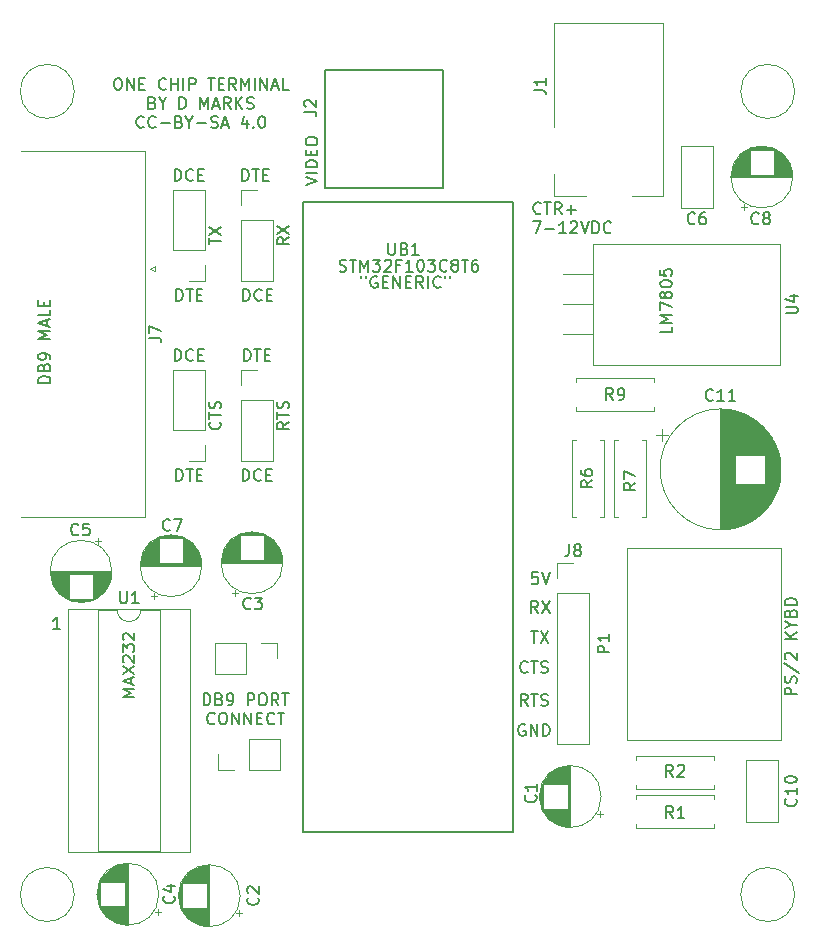
<source format=gbr>
%TF.GenerationSoftware,KiCad,Pcbnew,(6.0.2)*%
%TF.CreationDate,2022-10-05T14:19:39-05:00*%
%TF.ProjectId,OneChipTerminal,4f6e6543-6869-4705-9465-726d696e616c,rev?*%
%TF.SameCoordinates,Original*%
%TF.FileFunction,Legend,Top*%
%TF.FilePolarity,Positive*%
%FSLAX46Y46*%
G04 Gerber Fmt 4.6, Leading zero omitted, Abs format (unit mm)*
G04 Created by KiCad (PCBNEW (6.0.2)) date 2022-10-05 14:19:39*
%MOMM*%
%LPD*%
G01*
G04 APERTURE LIST*
%ADD10C,0.150000*%
%ADD11C,0.120000*%
%ADD12C,0.200000*%
G04 APERTURE END LIST*
D10*
X167877380Y-83916666D02*
X167877380Y-84392857D01*
X166877380Y-84392857D01*
X167877380Y-83583333D02*
X166877380Y-83583333D01*
X167591666Y-83250000D01*
X166877380Y-82916666D01*
X167877380Y-82916666D01*
X166877380Y-82535714D02*
X166877380Y-81869047D01*
X167877380Y-82297619D01*
X167305952Y-81345238D02*
X167258333Y-81440476D01*
X167210714Y-81488095D01*
X167115476Y-81535714D01*
X167067857Y-81535714D01*
X166972619Y-81488095D01*
X166925000Y-81440476D01*
X166877380Y-81345238D01*
X166877380Y-81154761D01*
X166925000Y-81059523D01*
X166972619Y-81011904D01*
X167067857Y-80964285D01*
X167115476Y-80964285D01*
X167210714Y-81011904D01*
X167258333Y-81059523D01*
X167305952Y-81154761D01*
X167305952Y-81345238D01*
X167353571Y-81440476D01*
X167401190Y-81488095D01*
X167496428Y-81535714D01*
X167686904Y-81535714D01*
X167782142Y-81488095D01*
X167829761Y-81440476D01*
X167877380Y-81345238D01*
X167877380Y-81154761D01*
X167829761Y-81059523D01*
X167782142Y-81011904D01*
X167686904Y-80964285D01*
X167496428Y-80964285D01*
X167401190Y-81011904D01*
X167353571Y-81059523D01*
X167305952Y-81154761D01*
X166877380Y-80345238D02*
X166877380Y-80250000D01*
X166925000Y-80154761D01*
X166972619Y-80107142D01*
X167067857Y-80059523D01*
X167258333Y-80011904D01*
X167496428Y-80011904D01*
X167686904Y-80059523D01*
X167782142Y-80107142D01*
X167829761Y-80154761D01*
X167877380Y-80250000D01*
X167877380Y-80345238D01*
X167829761Y-80440476D01*
X167782142Y-80488095D01*
X167686904Y-80535714D01*
X167496428Y-80583333D01*
X167258333Y-80583333D01*
X167067857Y-80535714D01*
X166972619Y-80488095D01*
X166925000Y-80440476D01*
X166877380Y-80345238D01*
X166877380Y-79107142D02*
X166877380Y-79583333D01*
X167353571Y-79630952D01*
X167305952Y-79583333D01*
X167258333Y-79488095D01*
X167258333Y-79250000D01*
X167305952Y-79154761D01*
X167353571Y-79107142D01*
X167448809Y-79059523D01*
X167686904Y-79059523D01*
X167782142Y-79107142D01*
X167829761Y-79154761D01*
X167877380Y-79250000D01*
X167877380Y-79488095D01*
X167829761Y-79583333D01*
X167782142Y-79630952D01*
X156782023Y-74302142D02*
X156734404Y-74349761D01*
X156591547Y-74397380D01*
X156496309Y-74397380D01*
X156353452Y-74349761D01*
X156258214Y-74254523D01*
X156210595Y-74159285D01*
X156162976Y-73968809D01*
X156162976Y-73825952D01*
X156210595Y-73635476D01*
X156258214Y-73540238D01*
X156353452Y-73445000D01*
X156496309Y-73397380D01*
X156591547Y-73397380D01*
X156734404Y-73445000D01*
X156782023Y-73492619D01*
X157067738Y-73397380D02*
X157639166Y-73397380D01*
X157353452Y-74397380D02*
X157353452Y-73397380D01*
X158543928Y-74397380D02*
X158210595Y-73921190D01*
X157972500Y-74397380D02*
X157972500Y-73397380D01*
X158353452Y-73397380D01*
X158448690Y-73445000D01*
X158496309Y-73492619D01*
X158543928Y-73587857D01*
X158543928Y-73730714D01*
X158496309Y-73825952D01*
X158448690Y-73873571D01*
X158353452Y-73921190D01*
X157972500Y-73921190D01*
X158972500Y-74016428D02*
X159734404Y-74016428D01*
X159353452Y-74397380D02*
X159353452Y-73635476D01*
X156115357Y-75007380D02*
X156782023Y-75007380D01*
X156353452Y-76007380D01*
X157162976Y-75626428D02*
X157924880Y-75626428D01*
X158924880Y-76007380D02*
X158353452Y-76007380D01*
X158639166Y-76007380D02*
X158639166Y-75007380D01*
X158543928Y-75150238D01*
X158448690Y-75245476D01*
X158353452Y-75293095D01*
X159305833Y-75102619D02*
X159353452Y-75055000D01*
X159448690Y-75007380D01*
X159686785Y-75007380D01*
X159782023Y-75055000D01*
X159829642Y-75102619D01*
X159877261Y-75197857D01*
X159877261Y-75293095D01*
X159829642Y-75435952D01*
X159258214Y-76007380D01*
X159877261Y-76007380D01*
X160162976Y-75007380D02*
X160496309Y-76007380D01*
X160829642Y-75007380D01*
X161162976Y-76007380D02*
X161162976Y-75007380D01*
X161401071Y-75007380D01*
X161543928Y-75055000D01*
X161639166Y-75150238D01*
X161686785Y-75245476D01*
X161734404Y-75435952D01*
X161734404Y-75578809D01*
X161686785Y-75769285D01*
X161639166Y-75864523D01*
X161543928Y-75959761D01*
X161401071Y-76007380D01*
X161162976Y-76007380D01*
X162734404Y-75912142D02*
X162686785Y-75959761D01*
X162543928Y-76007380D01*
X162448690Y-76007380D01*
X162305833Y-75959761D01*
X162210595Y-75864523D01*
X162162976Y-75769285D01*
X162115357Y-75578809D01*
X162115357Y-75435952D01*
X162162976Y-75245476D01*
X162210595Y-75150238D01*
X162305833Y-75055000D01*
X162448690Y-75007380D01*
X162543928Y-75007380D01*
X162686785Y-75055000D01*
X162734404Y-75102619D01*
X155662380Y-116022380D02*
X155329047Y-115546190D01*
X155090952Y-116022380D02*
X155090952Y-115022380D01*
X155471904Y-115022380D01*
X155567142Y-115070000D01*
X155614761Y-115117619D01*
X155662380Y-115212857D01*
X155662380Y-115355714D01*
X155614761Y-115450952D01*
X155567142Y-115498571D01*
X155471904Y-115546190D01*
X155090952Y-115546190D01*
X155948095Y-115022380D02*
X156519523Y-115022380D01*
X156233809Y-116022380D02*
X156233809Y-115022380D01*
X156805238Y-115974761D02*
X156948095Y-116022380D01*
X157186190Y-116022380D01*
X157281428Y-115974761D01*
X157329047Y-115927142D01*
X157376666Y-115831904D01*
X157376666Y-115736666D01*
X157329047Y-115641428D01*
X157281428Y-115593809D01*
X157186190Y-115546190D01*
X156995714Y-115498571D01*
X156900476Y-115450952D01*
X156852857Y-115403333D01*
X156805238Y-115308095D01*
X156805238Y-115212857D01*
X156852857Y-115117619D01*
X156900476Y-115070000D01*
X156995714Y-115022380D01*
X157233809Y-115022380D01*
X157376666Y-115070000D01*
X128702380Y-76961904D02*
X128702380Y-76390476D01*
X129702380Y-76676190D02*
X128702380Y-76676190D01*
X128702380Y-76152380D02*
X129702380Y-75485714D01*
X128702380Y-75485714D02*
X129702380Y-76152380D01*
X131654761Y-86812380D02*
X131654761Y-85812380D01*
X131892857Y-85812380D01*
X132035714Y-85860000D01*
X132130952Y-85955238D01*
X132178571Y-86050476D01*
X132226190Y-86240952D01*
X132226190Y-86383809D01*
X132178571Y-86574285D01*
X132130952Y-86669523D01*
X132035714Y-86764761D01*
X131892857Y-86812380D01*
X131654761Y-86812380D01*
X132511904Y-85812380D02*
X133083333Y-85812380D01*
X132797619Y-86812380D02*
X132797619Y-85812380D01*
X133416666Y-86288571D02*
X133750000Y-86288571D01*
X133892857Y-86812380D02*
X133416666Y-86812380D01*
X133416666Y-85812380D01*
X133892857Y-85812380D01*
X178452380Y-115047619D02*
X177452380Y-115047619D01*
X177452380Y-114666666D01*
X177500000Y-114571428D01*
X177547619Y-114523809D01*
X177642857Y-114476190D01*
X177785714Y-114476190D01*
X177880952Y-114523809D01*
X177928571Y-114571428D01*
X177976190Y-114666666D01*
X177976190Y-115047619D01*
X178404761Y-114095238D02*
X178452380Y-113952380D01*
X178452380Y-113714285D01*
X178404761Y-113619047D01*
X178357142Y-113571428D01*
X178261904Y-113523809D01*
X178166666Y-113523809D01*
X178071428Y-113571428D01*
X178023809Y-113619047D01*
X177976190Y-113714285D01*
X177928571Y-113904761D01*
X177880952Y-114000000D01*
X177833333Y-114047619D01*
X177738095Y-114095238D01*
X177642857Y-114095238D01*
X177547619Y-114047619D01*
X177500000Y-114000000D01*
X177452380Y-113904761D01*
X177452380Y-113666666D01*
X177500000Y-113523809D01*
X177404761Y-112380952D02*
X178690476Y-113238095D01*
X177547619Y-112095238D02*
X177500000Y-112047619D01*
X177452380Y-111952380D01*
X177452380Y-111714285D01*
X177500000Y-111619047D01*
X177547619Y-111571428D01*
X177642857Y-111523809D01*
X177738095Y-111523809D01*
X177880952Y-111571428D01*
X178452380Y-112142857D01*
X178452380Y-111523809D01*
X178452380Y-110333333D02*
X177452380Y-110333333D01*
X178452380Y-109761904D02*
X177880952Y-110190476D01*
X177452380Y-109761904D02*
X178023809Y-110333333D01*
X177976190Y-109142857D02*
X178452380Y-109142857D01*
X177452380Y-109476190D02*
X177976190Y-109142857D01*
X177452380Y-108809523D01*
X177928571Y-108142857D02*
X177976190Y-108000000D01*
X178023809Y-107952380D01*
X178119047Y-107904761D01*
X178261904Y-107904761D01*
X178357142Y-107952380D01*
X178404761Y-108000000D01*
X178452380Y-108095238D01*
X178452380Y-108476190D01*
X177452380Y-108476190D01*
X177452380Y-108142857D01*
X177500000Y-108047619D01*
X177547619Y-108000000D01*
X177642857Y-107952380D01*
X177738095Y-107952380D01*
X177833333Y-108000000D01*
X177880952Y-108047619D01*
X177928571Y-108142857D01*
X177928571Y-108476190D01*
X178452380Y-107476190D02*
X177452380Y-107476190D01*
X177452380Y-107238095D01*
X177500000Y-107095238D01*
X177595238Y-107000000D01*
X177690476Y-106952380D01*
X177880952Y-106904761D01*
X178023809Y-106904761D01*
X178214285Y-106952380D01*
X178309523Y-107000000D01*
X178404761Y-107095238D01*
X178452380Y-107238095D01*
X178452380Y-107476190D01*
X136866380Y-71897619D02*
X137866380Y-71564285D01*
X136866380Y-71230952D01*
X137866380Y-70897619D02*
X136866380Y-70897619D01*
X137866380Y-70421428D02*
X136866380Y-70421428D01*
X136866380Y-70183333D01*
X136914000Y-70040476D01*
X137009238Y-69945238D01*
X137104476Y-69897619D01*
X137294952Y-69850000D01*
X137437809Y-69850000D01*
X137628285Y-69897619D01*
X137723523Y-69945238D01*
X137818761Y-70040476D01*
X137866380Y-70183333D01*
X137866380Y-70421428D01*
X137342571Y-69421428D02*
X137342571Y-69088095D01*
X137866380Y-68945238D02*
X137866380Y-69421428D01*
X136866380Y-69421428D01*
X136866380Y-68945238D01*
X136866380Y-68326190D02*
X136866380Y-68135714D01*
X136914000Y-68040476D01*
X137009238Y-67945238D01*
X137199714Y-67897619D01*
X137533047Y-67897619D01*
X137723523Y-67945238D01*
X137818761Y-68040476D01*
X137866380Y-68135714D01*
X137866380Y-68326190D01*
X137818761Y-68421428D01*
X137723523Y-68516666D01*
X137533047Y-68564285D01*
X137199714Y-68564285D01*
X137009238Y-68516666D01*
X136914000Y-68421428D01*
X136866380Y-68326190D01*
X135452380Y-91987619D02*
X134976190Y-92320952D01*
X135452380Y-92559047D02*
X134452380Y-92559047D01*
X134452380Y-92178095D01*
X134500000Y-92082857D01*
X134547619Y-92035238D01*
X134642857Y-91987619D01*
X134785714Y-91987619D01*
X134880952Y-92035238D01*
X134928571Y-92082857D01*
X134976190Y-92178095D01*
X134976190Y-92559047D01*
X134452380Y-91701904D02*
X134452380Y-91130476D01*
X135452380Y-91416190D02*
X134452380Y-91416190D01*
X135404761Y-90844761D02*
X135452380Y-90701904D01*
X135452380Y-90463809D01*
X135404761Y-90368571D01*
X135357142Y-90320952D01*
X135261904Y-90273333D01*
X135166666Y-90273333D01*
X135071428Y-90320952D01*
X135023809Y-90368571D01*
X134976190Y-90463809D01*
X134928571Y-90654285D01*
X134880952Y-90749523D01*
X134833333Y-90797142D01*
X134738095Y-90844761D01*
X134642857Y-90844761D01*
X134547619Y-90797142D01*
X134500000Y-90749523D01*
X134452380Y-90654285D01*
X134452380Y-90416190D01*
X134500000Y-90273333D01*
X131535714Y-96972380D02*
X131535714Y-95972380D01*
X131773809Y-95972380D01*
X131916666Y-96020000D01*
X132011904Y-96115238D01*
X132059523Y-96210476D01*
X132107142Y-96400952D01*
X132107142Y-96543809D01*
X132059523Y-96734285D01*
X132011904Y-96829523D01*
X131916666Y-96924761D01*
X131773809Y-96972380D01*
X131535714Y-96972380D01*
X133107142Y-96877142D02*
X133059523Y-96924761D01*
X132916666Y-96972380D01*
X132821428Y-96972380D01*
X132678571Y-96924761D01*
X132583333Y-96829523D01*
X132535714Y-96734285D01*
X132488095Y-96543809D01*
X132488095Y-96400952D01*
X132535714Y-96210476D01*
X132583333Y-96115238D01*
X132678571Y-96020000D01*
X132821428Y-95972380D01*
X132916666Y-95972380D01*
X133059523Y-96020000D01*
X133107142Y-96067619D01*
X133535714Y-96448571D02*
X133869047Y-96448571D01*
X134011904Y-96972380D02*
X133535714Y-96972380D01*
X133535714Y-95972380D01*
X134011904Y-95972380D01*
X115252380Y-88676190D02*
X114252380Y-88676190D01*
X114252380Y-88438095D01*
X114300000Y-88295238D01*
X114395238Y-88200000D01*
X114490476Y-88152380D01*
X114680952Y-88104761D01*
X114823809Y-88104761D01*
X115014285Y-88152380D01*
X115109523Y-88200000D01*
X115204761Y-88295238D01*
X115252380Y-88438095D01*
X115252380Y-88676190D01*
X114728571Y-87342857D02*
X114776190Y-87200000D01*
X114823809Y-87152380D01*
X114919047Y-87104761D01*
X115061904Y-87104761D01*
X115157142Y-87152380D01*
X115204761Y-87200000D01*
X115252380Y-87295238D01*
X115252380Y-87676190D01*
X114252380Y-87676190D01*
X114252380Y-87342857D01*
X114300000Y-87247619D01*
X114347619Y-87200000D01*
X114442857Y-87152380D01*
X114538095Y-87152380D01*
X114633333Y-87200000D01*
X114680952Y-87247619D01*
X114728571Y-87342857D01*
X114728571Y-87676190D01*
X115252380Y-86628571D02*
X115252380Y-86438095D01*
X115204761Y-86342857D01*
X115157142Y-86295238D01*
X115014285Y-86200000D01*
X114823809Y-86152380D01*
X114442857Y-86152380D01*
X114347619Y-86200000D01*
X114300000Y-86247619D01*
X114252380Y-86342857D01*
X114252380Y-86533333D01*
X114300000Y-86628571D01*
X114347619Y-86676190D01*
X114442857Y-86723809D01*
X114680952Y-86723809D01*
X114776190Y-86676190D01*
X114823809Y-86628571D01*
X114871428Y-86533333D01*
X114871428Y-86342857D01*
X114823809Y-86247619D01*
X114776190Y-86200000D01*
X114680952Y-86152380D01*
X115252380Y-84961904D02*
X114252380Y-84961904D01*
X114966666Y-84628571D01*
X114252380Y-84295238D01*
X115252380Y-84295238D01*
X114966666Y-83866666D02*
X114966666Y-83390476D01*
X115252380Y-83961904D02*
X114252380Y-83628571D01*
X115252380Y-83295238D01*
X115252380Y-82485714D02*
X115252380Y-82961904D01*
X114252380Y-82961904D01*
X114728571Y-82152380D02*
X114728571Y-81819047D01*
X115252380Y-81676190D02*
X115252380Y-82152380D01*
X114252380Y-82152380D01*
X114252380Y-81676190D01*
X155956095Y-109688380D02*
X156527523Y-109688380D01*
X156241809Y-110688380D02*
X156241809Y-109688380D01*
X156765619Y-109688380D02*
X157432285Y-110688380D01*
X157432285Y-109688380D02*
X156765619Y-110688380D01*
X156551333Y-108148380D02*
X156218000Y-107672190D01*
X155979904Y-108148380D02*
X155979904Y-107148380D01*
X156360857Y-107148380D01*
X156456095Y-107196000D01*
X156503714Y-107243619D01*
X156551333Y-107338857D01*
X156551333Y-107481714D01*
X156503714Y-107576952D01*
X156456095Y-107624571D01*
X156360857Y-107672190D01*
X155979904Y-107672190D01*
X156884666Y-107148380D02*
X157551333Y-108148380D01*
X157551333Y-107148380D02*
X156884666Y-108148380D01*
X131504761Y-71572380D02*
X131504761Y-70572380D01*
X131742857Y-70572380D01*
X131885714Y-70620000D01*
X131980952Y-70715238D01*
X132028571Y-70810476D01*
X132076190Y-71000952D01*
X132076190Y-71143809D01*
X132028571Y-71334285D01*
X131980952Y-71429523D01*
X131885714Y-71524761D01*
X131742857Y-71572380D01*
X131504761Y-71572380D01*
X132361904Y-70572380D02*
X132933333Y-70572380D01*
X132647619Y-71572380D02*
X132647619Y-70572380D01*
X133266666Y-71048571D02*
X133600000Y-71048571D01*
X133742857Y-71572380D02*
X133266666Y-71572380D01*
X133266666Y-70572380D01*
X133742857Y-70572380D01*
X135452380Y-76366666D02*
X134976190Y-76700000D01*
X135452380Y-76938095D02*
X134452380Y-76938095D01*
X134452380Y-76557142D01*
X134500000Y-76461904D01*
X134547619Y-76414285D01*
X134642857Y-76366666D01*
X134785714Y-76366666D01*
X134880952Y-76414285D01*
X134928571Y-76461904D01*
X134976190Y-76557142D01*
X134976190Y-76938095D01*
X134452380Y-76033333D02*
X135452380Y-75366666D01*
X134452380Y-75366666D02*
X135452380Y-76033333D01*
X125785714Y-86812380D02*
X125785714Y-85812380D01*
X126023809Y-85812380D01*
X126166666Y-85860000D01*
X126261904Y-85955238D01*
X126309523Y-86050476D01*
X126357142Y-86240952D01*
X126357142Y-86383809D01*
X126309523Y-86574285D01*
X126261904Y-86669523D01*
X126166666Y-86764761D01*
X126023809Y-86812380D01*
X125785714Y-86812380D01*
X127357142Y-86717142D02*
X127309523Y-86764761D01*
X127166666Y-86812380D01*
X127071428Y-86812380D01*
X126928571Y-86764761D01*
X126833333Y-86669523D01*
X126785714Y-86574285D01*
X126738095Y-86383809D01*
X126738095Y-86240952D01*
X126785714Y-86050476D01*
X126833333Y-85955238D01*
X126928571Y-85860000D01*
X127071428Y-85812380D01*
X127166666Y-85812380D01*
X127309523Y-85860000D01*
X127357142Y-85907619D01*
X127785714Y-86288571D02*
X128119047Y-86288571D01*
X128261904Y-86812380D02*
X127785714Y-86812380D01*
X127785714Y-85812380D01*
X128261904Y-85812380D01*
X125785714Y-71572380D02*
X125785714Y-70572380D01*
X126023809Y-70572380D01*
X126166666Y-70620000D01*
X126261904Y-70715238D01*
X126309523Y-70810476D01*
X126357142Y-71000952D01*
X126357142Y-71143809D01*
X126309523Y-71334285D01*
X126261904Y-71429523D01*
X126166666Y-71524761D01*
X126023809Y-71572380D01*
X125785714Y-71572380D01*
X127357142Y-71477142D02*
X127309523Y-71524761D01*
X127166666Y-71572380D01*
X127071428Y-71572380D01*
X126928571Y-71524761D01*
X126833333Y-71429523D01*
X126785714Y-71334285D01*
X126738095Y-71143809D01*
X126738095Y-71000952D01*
X126785714Y-70810476D01*
X126833333Y-70715238D01*
X126928571Y-70620000D01*
X127071428Y-70572380D01*
X127166666Y-70572380D01*
X127309523Y-70620000D01*
X127357142Y-70667619D01*
X127785714Y-71048571D02*
X128119047Y-71048571D01*
X128261904Y-71572380D02*
X127785714Y-71572380D01*
X127785714Y-70572380D01*
X128261904Y-70572380D01*
X129607142Y-91987619D02*
X129654761Y-92035238D01*
X129702380Y-92178095D01*
X129702380Y-92273333D01*
X129654761Y-92416190D01*
X129559523Y-92511428D01*
X129464285Y-92559047D01*
X129273809Y-92606666D01*
X129130952Y-92606666D01*
X128940476Y-92559047D01*
X128845238Y-92511428D01*
X128750000Y-92416190D01*
X128702380Y-92273333D01*
X128702380Y-92178095D01*
X128750000Y-92035238D01*
X128797619Y-91987619D01*
X128702380Y-91701904D02*
X128702380Y-91130476D01*
X129702380Y-91416190D02*
X128702380Y-91416190D01*
X129654761Y-90844761D02*
X129702380Y-90701904D01*
X129702380Y-90463809D01*
X129654761Y-90368571D01*
X129607142Y-90320952D01*
X129511904Y-90273333D01*
X129416666Y-90273333D01*
X129321428Y-90320952D01*
X129273809Y-90368571D01*
X129226190Y-90463809D01*
X129178571Y-90654285D01*
X129130952Y-90749523D01*
X129083333Y-90797142D01*
X128988095Y-90844761D01*
X128892857Y-90844761D01*
X128797619Y-90797142D01*
X128750000Y-90749523D01*
X128702380Y-90654285D01*
X128702380Y-90416190D01*
X128750000Y-90273333D01*
X128246190Y-115979380D02*
X128246190Y-114979380D01*
X128484285Y-114979380D01*
X128627142Y-115027000D01*
X128722380Y-115122238D01*
X128770000Y-115217476D01*
X128817619Y-115407952D01*
X128817619Y-115550809D01*
X128770000Y-115741285D01*
X128722380Y-115836523D01*
X128627142Y-115931761D01*
X128484285Y-115979380D01*
X128246190Y-115979380D01*
X129579523Y-115455571D02*
X129722380Y-115503190D01*
X129770000Y-115550809D01*
X129817619Y-115646047D01*
X129817619Y-115788904D01*
X129770000Y-115884142D01*
X129722380Y-115931761D01*
X129627142Y-115979380D01*
X129246190Y-115979380D01*
X129246190Y-114979380D01*
X129579523Y-114979380D01*
X129674761Y-115027000D01*
X129722380Y-115074619D01*
X129770000Y-115169857D01*
X129770000Y-115265095D01*
X129722380Y-115360333D01*
X129674761Y-115407952D01*
X129579523Y-115455571D01*
X129246190Y-115455571D01*
X130293809Y-115979380D02*
X130484285Y-115979380D01*
X130579523Y-115931761D01*
X130627142Y-115884142D01*
X130722380Y-115741285D01*
X130770000Y-115550809D01*
X130770000Y-115169857D01*
X130722380Y-115074619D01*
X130674761Y-115027000D01*
X130579523Y-114979380D01*
X130389047Y-114979380D01*
X130293809Y-115027000D01*
X130246190Y-115074619D01*
X130198571Y-115169857D01*
X130198571Y-115407952D01*
X130246190Y-115503190D01*
X130293809Y-115550809D01*
X130389047Y-115598428D01*
X130579523Y-115598428D01*
X130674761Y-115550809D01*
X130722380Y-115503190D01*
X130770000Y-115407952D01*
X131960476Y-115979380D02*
X131960476Y-114979380D01*
X132341428Y-114979380D01*
X132436666Y-115027000D01*
X132484285Y-115074619D01*
X132531904Y-115169857D01*
X132531904Y-115312714D01*
X132484285Y-115407952D01*
X132436666Y-115455571D01*
X132341428Y-115503190D01*
X131960476Y-115503190D01*
X133150952Y-114979380D02*
X133341428Y-114979380D01*
X133436666Y-115027000D01*
X133531904Y-115122238D01*
X133579523Y-115312714D01*
X133579523Y-115646047D01*
X133531904Y-115836523D01*
X133436666Y-115931761D01*
X133341428Y-115979380D01*
X133150952Y-115979380D01*
X133055714Y-115931761D01*
X132960476Y-115836523D01*
X132912857Y-115646047D01*
X132912857Y-115312714D01*
X132960476Y-115122238D01*
X133055714Y-115027000D01*
X133150952Y-114979380D01*
X134579523Y-115979380D02*
X134246190Y-115503190D01*
X134008095Y-115979380D02*
X134008095Y-114979380D01*
X134389047Y-114979380D01*
X134484285Y-115027000D01*
X134531904Y-115074619D01*
X134579523Y-115169857D01*
X134579523Y-115312714D01*
X134531904Y-115407952D01*
X134484285Y-115455571D01*
X134389047Y-115503190D01*
X134008095Y-115503190D01*
X134865238Y-114979380D02*
X135436666Y-114979380D01*
X135150952Y-115979380D02*
X135150952Y-114979380D01*
X129174761Y-117494142D02*
X129127142Y-117541761D01*
X128984285Y-117589380D01*
X128889047Y-117589380D01*
X128746190Y-117541761D01*
X128650952Y-117446523D01*
X128603333Y-117351285D01*
X128555714Y-117160809D01*
X128555714Y-117017952D01*
X128603333Y-116827476D01*
X128650952Y-116732238D01*
X128746190Y-116637000D01*
X128889047Y-116589380D01*
X128984285Y-116589380D01*
X129127142Y-116637000D01*
X129174761Y-116684619D01*
X129793809Y-116589380D02*
X129984285Y-116589380D01*
X130079523Y-116637000D01*
X130174761Y-116732238D01*
X130222380Y-116922714D01*
X130222380Y-117256047D01*
X130174761Y-117446523D01*
X130079523Y-117541761D01*
X129984285Y-117589380D01*
X129793809Y-117589380D01*
X129698571Y-117541761D01*
X129603333Y-117446523D01*
X129555714Y-117256047D01*
X129555714Y-116922714D01*
X129603333Y-116732238D01*
X129698571Y-116637000D01*
X129793809Y-116589380D01*
X130650952Y-117589380D02*
X130650952Y-116589380D01*
X131222380Y-117589380D01*
X131222380Y-116589380D01*
X131698571Y-117589380D02*
X131698571Y-116589380D01*
X132270000Y-117589380D01*
X132270000Y-116589380D01*
X132746190Y-117065571D02*
X133079523Y-117065571D01*
X133222380Y-117589380D02*
X132746190Y-117589380D01*
X132746190Y-116589380D01*
X133222380Y-116589380D01*
X134222380Y-117494142D02*
X134174761Y-117541761D01*
X134031904Y-117589380D01*
X133936666Y-117589380D01*
X133793809Y-117541761D01*
X133698571Y-117446523D01*
X133650952Y-117351285D01*
X133603333Y-117160809D01*
X133603333Y-117017952D01*
X133650952Y-116827476D01*
X133698571Y-116732238D01*
X133793809Y-116637000D01*
X133936666Y-116589380D01*
X134031904Y-116589380D01*
X134174761Y-116637000D01*
X134222380Y-116684619D01*
X134508095Y-116589380D02*
X135079523Y-116589380D01*
X134793809Y-117589380D02*
X134793809Y-116589380D01*
X122372380Y-115234404D02*
X121372380Y-115234404D01*
X122086666Y-114901071D01*
X121372380Y-114567738D01*
X122372380Y-114567738D01*
X122086666Y-114139166D02*
X122086666Y-113662976D01*
X122372380Y-114234404D02*
X121372380Y-113901071D01*
X122372380Y-113567738D01*
X121372380Y-113329642D02*
X122372380Y-112662976D01*
X121372380Y-112662976D02*
X122372380Y-113329642D01*
X121467619Y-112329642D02*
X121420000Y-112282023D01*
X121372380Y-112186785D01*
X121372380Y-111948690D01*
X121420000Y-111853452D01*
X121467619Y-111805833D01*
X121562857Y-111758214D01*
X121658095Y-111758214D01*
X121800952Y-111805833D01*
X122372380Y-112377261D01*
X122372380Y-111758214D01*
X121372380Y-111424880D02*
X121372380Y-110805833D01*
X121753333Y-111139166D01*
X121753333Y-110996309D01*
X121800952Y-110901071D01*
X121848571Y-110853452D01*
X121943809Y-110805833D01*
X122181904Y-110805833D01*
X122277142Y-110853452D01*
X122324761Y-110901071D01*
X122372380Y-110996309D01*
X122372380Y-111282023D01*
X122324761Y-111377261D01*
X122277142Y-111424880D01*
X121467619Y-110424880D02*
X121420000Y-110377261D01*
X121372380Y-110282023D01*
X121372380Y-110043928D01*
X121420000Y-109948690D01*
X121467619Y-109901071D01*
X121562857Y-109853452D01*
X121658095Y-109853452D01*
X121800952Y-109901071D01*
X122372380Y-110472500D01*
X122372380Y-109853452D01*
X125904761Y-96972380D02*
X125904761Y-95972380D01*
X126142857Y-95972380D01*
X126285714Y-96020000D01*
X126380952Y-96115238D01*
X126428571Y-96210476D01*
X126476190Y-96400952D01*
X126476190Y-96543809D01*
X126428571Y-96734285D01*
X126380952Y-96829523D01*
X126285714Y-96924761D01*
X126142857Y-96972380D01*
X125904761Y-96972380D01*
X126761904Y-95972380D02*
X127333333Y-95972380D01*
X127047619Y-96972380D02*
X127047619Y-95972380D01*
X127666666Y-96448571D02*
X128000000Y-96448571D01*
X128142857Y-96972380D02*
X127666666Y-96972380D01*
X127666666Y-95972380D01*
X128142857Y-95972380D01*
X120904761Y-62872380D02*
X121095238Y-62872380D01*
X121190476Y-62920000D01*
X121285714Y-63015238D01*
X121333333Y-63205714D01*
X121333333Y-63539047D01*
X121285714Y-63729523D01*
X121190476Y-63824761D01*
X121095238Y-63872380D01*
X120904761Y-63872380D01*
X120809523Y-63824761D01*
X120714285Y-63729523D01*
X120666666Y-63539047D01*
X120666666Y-63205714D01*
X120714285Y-63015238D01*
X120809523Y-62920000D01*
X120904761Y-62872380D01*
X121761904Y-63872380D02*
X121761904Y-62872380D01*
X122333333Y-63872380D01*
X122333333Y-62872380D01*
X122809523Y-63348571D02*
X123142857Y-63348571D01*
X123285714Y-63872380D02*
X122809523Y-63872380D01*
X122809523Y-62872380D01*
X123285714Y-62872380D01*
X125047619Y-63777142D02*
X125000000Y-63824761D01*
X124857142Y-63872380D01*
X124761904Y-63872380D01*
X124619047Y-63824761D01*
X124523809Y-63729523D01*
X124476190Y-63634285D01*
X124428571Y-63443809D01*
X124428571Y-63300952D01*
X124476190Y-63110476D01*
X124523809Y-63015238D01*
X124619047Y-62920000D01*
X124761904Y-62872380D01*
X124857142Y-62872380D01*
X125000000Y-62920000D01*
X125047619Y-62967619D01*
X125476190Y-63872380D02*
X125476190Y-62872380D01*
X125476190Y-63348571D02*
X126047619Y-63348571D01*
X126047619Y-63872380D02*
X126047619Y-62872380D01*
X126523809Y-63872380D02*
X126523809Y-62872380D01*
X127000000Y-63872380D02*
X127000000Y-62872380D01*
X127380952Y-62872380D01*
X127476190Y-62920000D01*
X127523809Y-62967619D01*
X127571428Y-63062857D01*
X127571428Y-63205714D01*
X127523809Y-63300952D01*
X127476190Y-63348571D01*
X127380952Y-63396190D01*
X127000000Y-63396190D01*
X128619047Y-62872380D02*
X129190476Y-62872380D01*
X128904761Y-63872380D02*
X128904761Y-62872380D01*
X129523809Y-63348571D02*
X129857142Y-63348571D01*
X130000000Y-63872380D02*
X129523809Y-63872380D01*
X129523809Y-62872380D01*
X130000000Y-62872380D01*
X131000000Y-63872380D02*
X130666666Y-63396190D01*
X130428571Y-63872380D02*
X130428571Y-62872380D01*
X130809523Y-62872380D01*
X130904761Y-62920000D01*
X130952380Y-62967619D01*
X131000000Y-63062857D01*
X131000000Y-63205714D01*
X130952380Y-63300952D01*
X130904761Y-63348571D01*
X130809523Y-63396190D01*
X130428571Y-63396190D01*
X131428571Y-63872380D02*
X131428571Y-62872380D01*
X131761904Y-63586666D01*
X132095238Y-62872380D01*
X132095238Y-63872380D01*
X132571428Y-63872380D02*
X132571428Y-62872380D01*
X133047619Y-63872380D02*
X133047619Y-62872380D01*
X133619047Y-63872380D01*
X133619047Y-62872380D01*
X134047619Y-63586666D02*
X134523809Y-63586666D01*
X133952380Y-63872380D02*
X134285714Y-62872380D01*
X134619047Y-63872380D01*
X135428571Y-63872380D02*
X134952380Y-63872380D01*
X134952380Y-62872380D01*
X123904761Y-64958571D02*
X124047619Y-65006190D01*
X124095238Y-65053809D01*
X124142857Y-65149047D01*
X124142857Y-65291904D01*
X124095238Y-65387142D01*
X124047619Y-65434761D01*
X123952380Y-65482380D01*
X123571428Y-65482380D01*
X123571428Y-64482380D01*
X123904761Y-64482380D01*
X124000000Y-64530000D01*
X124047619Y-64577619D01*
X124095238Y-64672857D01*
X124095238Y-64768095D01*
X124047619Y-64863333D01*
X124000000Y-64910952D01*
X123904761Y-64958571D01*
X123571428Y-64958571D01*
X124761904Y-65006190D02*
X124761904Y-65482380D01*
X124428571Y-64482380D02*
X124761904Y-65006190D01*
X125095238Y-64482380D01*
X126190476Y-65482380D02*
X126190476Y-64482380D01*
X126428571Y-64482380D01*
X126571428Y-64530000D01*
X126666666Y-64625238D01*
X126714285Y-64720476D01*
X126761904Y-64910952D01*
X126761904Y-65053809D01*
X126714285Y-65244285D01*
X126666666Y-65339523D01*
X126571428Y-65434761D01*
X126428571Y-65482380D01*
X126190476Y-65482380D01*
X127952380Y-65482380D02*
X127952380Y-64482380D01*
X128285714Y-65196666D01*
X128619047Y-64482380D01*
X128619047Y-65482380D01*
X129047619Y-65196666D02*
X129523809Y-65196666D01*
X128952380Y-65482380D02*
X129285714Y-64482380D01*
X129619047Y-65482380D01*
X130523809Y-65482380D02*
X130190476Y-65006190D01*
X129952380Y-65482380D02*
X129952380Y-64482380D01*
X130333333Y-64482380D01*
X130428571Y-64530000D01*
X130476190Y-64577619D01*
X130523809Y-64672857D01*
X130523809Y-64815714D01*
X130476190Y-64910952D01*
X130428571Y-64958571D01*
X130333333Y-65006190D01*
X129952380Y-65006190D01*
X130952380Y-65482380D02*
X130952380Y-64482380D01*
X131523809Y-65482380D02*
X131095238Y-64910952D01*
X131523809Y-64482380D02*
X130952380Y-65053809D01*
X131904761Y-65434761D02*
X132047619Y-65482380D01*
X132285714Y-65482380D01*
X132380952Y-65434761D01*
X132428571Y-65387142D01*
X132476190Y-65291904D01*
X132476190Y-65196666D01*
X132428571Y-65101428D01*
X132380952Y-65053809D01*
X132285714Y-65006190D01*
X132095238Y-64958571D01*
X132000000Y-64910952D01*
X131952380Y-64863333D01*
X131904761Y-64768095D01*
X131904761Y-64672857D01*
X131952380Y-64577619D01*
X132000000Y-64530000D01*
X132095238Y-64482380D01*
X132333333Y-64482380D01*
X132476190Y-64530000D01*
X123166666Y-66997142D02*
X123119047Y-67044761D01*
X122976190Y-67092380D01*
X122880952Y-67092380D01*
X122738095Y-67044761D01*
X122642857Y-66949523D01*
X122595238Y-66854285D01*
X122547619Y-66663809D01*
X122547619Y-66520952D01*
X122595238Y-66330476D01*
X122642857Y-66235238D01*
X122738095Y-66140000D01*
X122880952Y-66092380D01*
X122976190Y-66092380D01*
X123119047Y-66140000D01*
X123166666Y-66187619D01*
X124166666Y-66997142D02*
X124119047Y-67044761D01*
X123976190Y-67092380D01*
X123880952Y-67092380D01*
X123738095Y-67044761D01*
X123642857Y-66949523D01*
X123595238Y-66854285D01*
X123547619Y-66663809D01*
X123547619Y-66520952D01*
X123595238Y-66330476D01*
X123642857Y-66235238D01*
X123738095Y-66140000D01*
X123880952Y-66092380D01*
X123976190Y-66092380D01*
X124119047Y-66140000D01*
X124166666Y-66187619D01*
X124595238Y-66711428D02*
X125357142Y-66711428D01*
X126166666Y-66568571D02*
X126309523Y-66616190D01*
X126357142Y-66663809D01*
X126404761Y-66759047D01*
X126404761Y-66901904D01*
X126357142Y-66997142D01*
X126309523Y-67044761D01*
X126214285Y-67092380D01*
X125833333Y-67092380D01*
X125833333Y-66092380D01*
X126166666Y-66092380D01*
X126261904Y-66140000D01*
X126309523Y-66187619D01*
X126357142Y-66282857D01*
X126357142Y-66378095D01*
X126309523Y-66473333D01*
X126261904Y-66520952D01*
X126166666Y-66568571D01*
X125833333Y-66568571D01*
X127023809Y-66616190D02*
X127023809Y-67092380D01*
X126690476Y-66092380D02*
X127023809Y-66616190D01*
X127357142Y-66092380D01*
X127690476Y-66711428D02*
X128452380Y-66711428D01*
X128880952Y-67044761D02*
X129023809Y-67092380D01*
X129261904Y-67092380D01*
X129357142Y-67044761D01*
X129404761Y-66997142D01*
X129452380Y-66901904D01*
X129452380Y-66806666D01*
X129404761Y-66711428D01*
X129357142Y-66663809D01*
X129261904Y-66616190D01*
X129071428Y-66568571D01*
X128976190Y-66520952D01*
X128928571Y-66473333D01*
X128880952Y-66378095D01*
X128880952Y-66282857D01*
X128928571Y-66187619D01*
X128976190Y-66140000D01*
X129071428Y-66092380D01*
X129309523Y-66092380D01*
X129452380Y-66140000D01*
X129833333Y-66806666D02*
X130309523Y-66806666D01*
X129738095Y-67092380D02*
X130071428Y-66092380D01*
X130404761Y-67092380D01*
X131928571Y-66425714D02*
X131928571Y-67092380D01*
X131690476Y-66044761D02*
X131452380Y-66759047D01*
X132071428Y-66759047D01*
X132452380Y-66997142D02*
X132500000Y-67044761D01*
X132452380Y-67092380D01*
X132404761Y-67044761D01*
X132452380Y-66997142D01*
X132452380Y-67092380D01*
X133119047Y-66092380D02*
X133214285Y-66092380D01*
X133309523Y-66140000D01*
X133357142Y-66187619D01*
X133404761Y-66282857D01*
X133452380Y-66473333D01*
X133452380Y-66711428D01*
X133404761Y-66901904D01*
X133357142Y-66997142D01*
X133309523Y-67044761D01*
X133214285Y-67092380D01*
X133119047Y-67092380D01*
X133023809Y-67044761D01*
X132976190Y-66997142D01*
X132928571Y-66901904D01*
X132880952Y-66711428D01*
X132880952Y-66473333D01*
X132928571Y-66282857D01*
X132976190Y-66187619D01*
X133023809Y-66140000D01*
X133119047Y-66092380D01*
X155448095Y-117610000D02*
X155352857Y-117562380D01*
X155210000Y-117562380D01*
X155067142Y-117610000D01*
X154971904Y-117705238D01*
X154924285Y-117800476D01*
X154876666Y-117990952D01*
X154876666Y-118133809D01*
X154924285Y-118324285D01*
X154971904Y-118419523D01*
X155067142Y-118514761D01*
X155210000Y-118562380D01*
X155305238Y-118562380D01*
X155448095Y-118514761D01*
X155495714Y-118467142D01*
X155495714Y-118133809D01*
X155305238Y-118133809D01*
X155924285Y-118562380D02*
X155924285Y-117562380D01*
X156495714Y-118562380D01*
X156495714Y-117562380D01*
X156971904Y-118562380D02*
X156971904Y-117562380D01*
X157210000Y-117562380D01*
X157352857Y-117610000D01*
X157448095Y-117705238D01*
X157495714Y-117800476D01*
X157543333Y-117990952D01*
X157543333Y-118133809D01*
X157495714Y-118324285D01*
X157448095Y-118419523D01*
X157352857Y-118514761D01*
X157210000Y-118562380D01*
X156971904Y-118562380D01*
X116075714Y-109542380D02*
X115504285Y-109542380D01*
X115790000Y-109542380D02*
X115790000Y-108542380D01*
X115694761Y-108685238D01*
X115599523Y-108780476D01*
X115504285Y-108828095D01*
X131585714Y-81732380D02*
X131585714Y-80732380D01*
X131823809Y-80732380D01*
X131966666Y-80780000D01*
X132061904Y-80875238D01*
X132109523Y-80970476D01*
X132157142Y-81160952D01*
X132157142Y-81303809D01*
X132109523Y-81494285D01*
X132061904Y-81589523D01*
X131966666Y-81684761D01*
X131823809Y-81732380D01*
X131585714Y-81732380D01*
X133157142Y-81637142D02*
X133109523Y-81684761D01*
X132966666Y-81732380D01*
X132871428Y-81732380D01*
X132728571Y-81684761D01*
X132633333Y-81589523D01*
X132585714Y-81494285D01*
X132538095Y-81303809D01*
X132538095Y-81160952D01*
X132585714Y-80970476D01*
X132633333Y-80875238D01*
X132728571Y-80780000D01*
X132871428Y-80732380D01*
X132966666Y-80732380D01*
X133109523Y-80780000D01*
X133157142Y-80827619D01*
X133585714Y-81208571D02*
X133919047Y-81208571D01*
X134061904Y-81732380D02*
X133585714Y-81732380D01*
X133585714Y-80732380D01*
X134061904Y-80732380D01*
X156527523Y-104727380D02*
X156051333Y-104727380D01*
X156003714Y-105203571D01*
X156051333Y-105155952D01*
X156146571Y-105108333D01*
X156384666Y-105108333D01*
X156479904Y-105155952D01*
X156527523Y-105203571D01*
X156575142Y-105298809D01*
X156575142Y-105536904D01*
X156527523Y-105632142D01*
X156479904Y-105679761D01*
X156384666Y-105727380D01*
X156146571Y-105727380D01*
X156051333Y-105679761D01*
X156003714Y-105632142D01*
X156860857Y-104727380D02*
X157194190Y-105727380D01*
X157527523Y-104727380D01*
X125904761Y-81732380D02*
X125904761Y-80732380D01*
X126142857Y-80732380D01*
X126285714Y-80780000D01*
X126380952Y-80875238D01*
X126428571Y-80970476D01*
X126476190Y-81160952D01*
X126476190Y-81303809D01*
X126428571Y-81494285D01*
X126380952Y-81589523D01*
X126285714Y-81684761D01*
X126142857Y-81732380D01*
X125904761Y-81732380D01*
X126761904Y-80732380D02*
X127333333Y-80732380D01*
X127047619Y-81732380D02*
X127047619Y-80732380D01*
X127666666Y-81208571D02*
X128000000Y-81208571D01*
X128142857Y-81732380D02*
X127666666Y-81732380D01*
X127666666Y-80732380D01*
X128142857Y-80732380D01*
X155662380Y-113133142D02*
X155614761Y-113180761D01*
X155471904Y-113228380D01*
X155376666Y-113228380D01*
X155233809Y-113180761D01*
X155138571Y-113085523D01*
X155090952Y-112990285D01*
X155043333Y-112799809D01*
X155043333Y-112656952D01*
X155090952Y-112466476D01*
X155138571Y-112371238D01*
X155233809Y-112276000D01*
X155376666Y-112228380D01*
X155471904Y-112228380D01*
X155614761Y-112276000D01*
X155662380Y-112323619D01*
X155948095Y-112228380D02*
X156519523Y-112228380D01*
X156233809Y-113228380D02*
X156233809Y-112228380D01*
X156805238Y-113180761D02*
X156948095Y-113228380D01*
X157186190Y-113228380D01*
X157281428Y-113180761D01*
X157329047Y-113133142D01*
X157376666Y-113037904D01*
X157376666Y-112942666D01*
X157329047Y-112847428D01*
X157281428Y-112799809D01*
X157186190Y-112752190D01*
X156995714Y-112704571D01*
X156900476Y-112656952D01*
X156852857Y-112609333D01*
X156805238Y-112514095D01*
X156805238Y-112418857D01*
X156852857Y-112323619D01*
X156900476Y-112276000D01*
X156995714Y-112228380D01*
X157233809Y-112228380D01*
X157376666Y-112276000D01*
%TO.C,C1*%
X156333142Y-123578666D02*
X156380761Y-123626285D01*
X156428380Y-123769142D01*
X156428380Y-123864380D01*
X156380761Y-124007238D01*
X156285523Y-124102476D01*
X156190285Y-124150095D01*
X155999809Y-124197714D01*
X155856952Y-124197714D01*
X155666476Y-124150095D01*
X155571238Y-124102476D01*
X155476000Y-124007238D01*
X155428380Y-123864380D01*
X155428380Y-123769142D01*
X155476000Y-123626285D01*
X155523619Y-123578666D01*
X156428380Y-122626285D02*
X156428380Y-123197714D01*
X156428380Y-122912000D02*
X155428380Y-122912000D01*
X155571238Y-123007238D01*
X155666476Y-123102476D01*
X155714095Y-123197714D01*
%TO.C,C8*%
X175233333Y-75157142D02*
X175185714Y-75204761D01*
X175042857Y-75252380D01*
X174947619Y-75252380D01*
X174804761Y-75204761D01*
X174709523Y-75109523D01*
X174661904Y-75014285D01*
X174614285Y-74823809D01*
X174614285Y-74680952D01*
X174661904Y-74490476D01*
X174709523Y-74395238D01*
X174804761Y-74300000D01*
X174947619Y-74252380D01*
X175042857Y-74252380D01*
X175185714Y-74300000D01*
X175233333Y-74347619D01*
X175804761Y-74680952D02*
X175709523Y-74633333D01*
X175661904Y-74585714D01*
X175614285Y-74490476D01*
X175614285Y-74442857D01*
X175661904Y-74347619D01*
X175709523Y-74300000D01*
X175804761Y-74252380D01*
X175995238Y-74252380D01*
X176090476Y-74300000D01*
X176138095Y-74347619D01*
X176185714Y-74442857D01*
X176185714Y-74490476D01*
X176138095Y-74585714D01*
X176090476Y-74633333D01*
X175995238Y-74680952D01*
X175804761Y-74680952D01*
X175709523Y-74728571D01*
X175661904Y-74776190D01*
X175614285Y-74871428D01*
X175614285Y-75061904D01*
X175661904Y-75157142D01*
X175709523Y-75204761D01*
X175804761Y-75252380D01*
X175995238Y-75252380D01*
X176090476Y-75204761D01*
X176138095Y-75157142D01*
X176185714Y-75061904D01*
X176185714Y-74871428D01*
X176138095Y-74776190D01*
X176090476Y-74728571D01*
X175995238Y-74680952D01*
%TO.C,C11*%
X171357142Y-90107142D02*
X171309523Y-90154761D01*
X171166666Y-90202380D01*
X171071428Y-90202380D01*
X170928571Y-90154761D01*
X170833333Y-90059523D01*
X170785714Y-89964285D01*
X170738095Y-89773809D01*
X170738095Y-89630952D01*
X170785714Y-89440476D01*
X170833333Y-89345238D01*
X170928571Y-89250000D01*
X171071428Y-89202380D01*
X171166666Y-89202380D01*
X171309523Y-89250000D01*
X171357142Y-89297619D01*
X172309523Y-90202380D02*
X171738095Y-90202380D01*
X172023809Y-90202380D02*
X172023809Y-89202380D01*
X171928571Y-89345238D01*
X171833333Y-89440476D01*
X171738095Y-89488095D01*
X173261904Y-90202380D02*
X172690476Y-90202380D01*
X172976190Y-90202380D02*
X172976190Y-89202380D01*
X172880952Y-89345238D01*
X172785714Y-89440476D01*
X172690476Y-89488095D01*
%TO.C,J1*%
X156202380Y-63883333D02*
X156916666Y-63883333D01*
X157059523Y-63930952D01*
X157154761Y-64026190D01*
X157202380Y-64169047D01*
X157202380Y-64264285D01*
X157202380Y-62883333D02*
X157202380Y-63454761D01*
X157202380Y-63169047D02*
X156202380Y-63169047D01*
X156345238Y-63264285D01*
X156440476Y-63359523D01*
X156488095Y-63454761D01*
%TO.C,R1*%
X167991333Y-125520380D02*
X167658000Y-125044190D01*
X167419904Y-125520380D02*
X167419904Y-124520380D01*
X167800857Y-124520380D01*
X167896095Y-124568000D01*
X167943714Y-124615619D01*
X167991333Y-124710857D01*
X167991333Y-124853714D01*
X167943714Y-124948952D01*
X167896095Y-124996571D01*
X167800857Y-125044190D01*
X167419904Y-125044190D01*
X168943714Y-125520380D02*
X168372285Y-125520380D01*
X168658000Y-125520380D02*
X168658000Y-124520380D01*
X168562761Y-124663238D01*
X168467523Y-124758476D01*
X168372285Y-124806095D01*
%TO.C,R2*%
X167981333Y-122018380D02*
X167648000Y-121542190D01*
X167409904Y-122018380D02*
X167409904Y-121018380D01*
X167790857Y-121018380D01*
X167886095Y-121066000D01*
X167933714Y-121113619D01*
X167981333Y-121208857D01*
X167981333Y-121351714D01*
X167933714Y-121446952D01*
X167886095Y-121494571D01*
X167790857Y-121542190D01*
X167409904Y-121542190D01*
X168362285Y-121113619D02*
X168409904Y-121066000D01*
X168505142Y-121018380D01*
X168743238Y-121018380D01*
X168838476Y-121066000D01*
X168886095Y-121113619D01*
X168933714Y-121208857D01*
X168933714Y-121304095D01*
X168886095Y-121446952D01*
X168314666Y-122018380D01*
X168933714Y-122018380D01*
%TO.C,R6*%
X161154380Y-96940666D02*
X160678190Y-97274000D01*
X161154380Y-97512095D02*
X160154380Y-97512095D01*
X160154380Y-97131142D01*
X160202000Y-97035904D01*
X160249619Y-96988285D01*
X160344857Y-96940666D01*
X160487714Y-96940666D01*
X160582952Y-96988285D01*
X160630571Y-97035904D01*
X160678190Y-97131142D01*
X160678190Y-97512095D01*
X160154380Y-96083523D02*
X160154380Y-96274000D01*
X160202000Y-96369238D01*
X160249619Y-96416857D01*
X160392476Y-96512095D01*
X160582952Y-96559714D01*
X160963904Y-96559714D01*
X161059142Y-96512095D01*
X161106761Y-96464476D01*
X161154380Y-96369238D01*
X161154380Y-96178761D01*
X161106761Y-96083523D01*
X161059142Y-96035904D01*
X160963904Y-95988285D01*
X160725809Y-95988285D01*
X160630571Y-96035904D01*
X160582952Y-96083523D01*
X160535333Y-96178761D01*
X160535333Y-96369238D01*
X160582952Y-96464476D01*
X160630571Y-96512095D01*
X160725809Y-96559714D01*
%TO.C,R7*%
X164790380Y-97150666D02*
X164314190Y-97484000D01*
X164790380Y-97722095D02*
X163790380Y-97722095D01*
X163790380Y-97341142D01*
X163838000Y-97245904D01*
X163885619Y-97198285D01*
X163980857Y-97150666D01*
X164123714Y-97150666D01*
X164218952Y-97198285D01*
X164266571Y-97245904D01*
X164314190Y-97341142D01*
X164314190Y-97722095D01*
X163790380Y-96817333D02*
X163790380Y-96150666D01*
X164790380Y-96579238D01*
%TO.C,U4*%
X177532380Y-82801904D02*
X178341904Y-82801904D01*
X178437142Y-82754285D01*
X178484761Y-82706666D01*
X178532380Y-82611428D01*
X178532380Y-82420952D01*
X178484761Y-82325714D01*
X178437142Y-82278095D01*
X178341904Y-82230476D01*
X177532380Y-82230476D01*
X177865714Y-81325714D02*
X178532380Y-81325714D01*
X177484761Y-81563809D02*
X178199047Y-81801904D01*
X178199047Y-81182857D01*
%TO.C,C6*%
X169833333Y-75157142D02*
X169785714Y-75204761D01*
X169642857Y-75252380D01*
X169547619Y-75252380D01*
X169404761Y-75204761D01*
X169309523Y-75109523D01*
X169261904Y-75014285D01*
X169214285Y-74823809D01*
X169214285Y-74680952D01*
X169261904Y-74490476D01*
X169309523Y-74395238D01*
X169404761Y-74300000D01*
X169547619Y-74252380D01*
X169642857Y-74252380D01*
X169785714Y-74300000D01*
X169833333Y-74347619D01*
X170690476Y-74252380D02*
X170500000Y-74252380D01*
X170404761Y-74300000D01*
X170357142Y-74347619D01*
X170261904Y-74490476D01*
X170214285Y-74680952D01*
X170214285Y-75061904D01*
X170261904Y-75157142D01*
X170309523Y-75204761D01*
X170404761Y-75252380D01*
X170595238Y-75252380D01*
X170690476Y-75204761D01*
X170738095Y-75157142D01*
X170785714Y-75061904D01*
X170785714Y-74823809D01*
X170738095Y-74728571D01*
X170690476Y-74680952D01*
X170595238Y-74633333D01*
X170404761Y-74633333D01*
X170309523Y-74680952D01*
X170261904Y-74728571D01*
X170214285Y-74823809D01*
%TO.C,R9*%
X162901333Y-90114380D02*
X162568000Y-89638190D01*
X162329904Y-90114380D02*
X162329904Y-89114380D01*
X162710857Y-89114380D01*
X162806095Y-89162000D01*
X162853714Y-89209619D01*
X162901333Y-89304857D01*
X162901333Y-89447714D01*
X162853714Y-89542952D01*
X162806095Y-89590571D01*
X162710857Y-89638190D01*
X162329904Y-89638190D01*
X163377523Y-90114380D02*
X163568000Y-90114380D01*
X163663238Y-90066761D01*
X163710857Y-90019142D01*
X163806095Y-89876285D01*
X163853714Y-89685809D01*
X163853714Y-89304857D01*
X163806095Y-89209619D01*
X163758476Y-89162000D01*
X163663238Y-89114380D01*
X163472761Y-89114380D01*
X163377523Y-89162000D01*
X163329904Y-89209619D01*
X163282285Y-89304857D01*
X163282285Y-89542952D01*
X163329904Y-89638190D01*
X163377523Y-89685809D01*
X163472761Y-89733428D01*
X163663238Y-89733428D01*
X163758476Y-89685809D01*
X163806095Y-89638190D01*
X163853714Y-89542952D01*
%TO.C,C10*%
X178357142Y-123892857D02*
X178404761Y-123940476D01*
X178452380Y-124083333D01*
X178452380Y-124178571D01*
X178404761Y-124321428D01*
X178309523Y-124416666D01*
X178214285Y-124464285D01*
X178023809Y-124511904D01*
X177880952Y-124511904D01*
X177690476Y-124464285D01*
X177595238Y-124416666D01*
X177500000Y-124321428D01*
X177452380Y-124178571D01*
X177452380Y-124083333D01*
X177500000Y-123940476D01*
X177547619Y-123892857D01*
X178452380Y-122940476D02*
X178452380Y-123511904D01*
X178452380Y-123226190D02*
X177452380Y-123226190D01*
X177595238Y-123321428D01*
X177690476Y-123416666D01*
X177738095Y-123511904D01*
X177452380Y-122321428D02*
X177452380Y-122226190D01*
X177500000Y-122130952D01*
X177547619Y-122083333D01*
X177642857Y-122035714D01*
X177833333Y-121988095D01*
X178071428Y-121988095D01*
X178261904Y-122035714D01*
X178357142Y-122083333D01*
X178404761Y-122130952D01*
X178452380Y-122226190D01*
X178452380Y-122321428D01*
X178404761Y-122416666D01*
X178357142Y-122464285D01*
X178261904Y-122511904D01*
X178071428Y-122559523D01*
X177833333Y-122559523D01*
X177642857Y-122511904D01*
X177547619Y-122464285D01*
X177500000Y-122416666D01*
X177452380Y-122321428D01*
%TO.C,J8*%
X159178666Y-102362380D02*
X159178666Y-103076666D01*
X159131047Y-103219523D01*
X159035809Y-103314761D01*
X158892952Y-103362380D01*
X158797714Y-103362380D01*
X159797714Y-102790952D02*
X159702476Y-102743333D01*
X159654857Y-102695714D01*
X159607238Y-102600476D01*
X159607238Y-102552857D01*
X159654857Y-102457619D01*
X159702476Y-102410000D01*
X159797714Y-102362380D01*
X159988190Y-102362380D01*
X160083428Y-102410000D01*
X160131047Y-102457619D01*
X160178666Y-102552857D01*
X160178666Y-102600476D01*
X160131047Y-102695714D01*
X160083428Y-102743333D01*
X159988190Y-102790952D01*
X159797714Y-102790952D01*
X159702476Y-102838571D01*
X159654857Y-102886190D01*
X159607238Y-102981428D01*
X159607238Y-103171904D01*
X159654857Y-103267142D01*
X159702476Y-103314761D01*
X159797714Y-103362380D01*
X159988190Y-103362380D01*
X160083428Y-103314761D01*
X160131047Y-103267142D01*
X160178666Y-103171904D01*
X160178666Y-102981428D01*
X160131047Y-102886190D01*
X160083428Y-102838571D01*
X159988190Y-102790952D01*
%TO.C,J2*%
X136772380Y-65718333D02*
X137486666Y-65718333D01*
X137629523Y-65765952D01*
X137724761Y-65861190D01*
X137772380Y-66004047D01*
X137772380Y-66099285D01*
X136867619Y-65289761D02*
X136820000Y-65242142D01*
X136772380Y-65146904D01*
X136772380Y-64908809D01*
X136820000Y-64813571D01*
X136867619Y-64765952D01*
X136962857Y-64718333D01*
X137058095Y-64718333D01*
X137200952Y-64765952D01*
X137772380Y-65337380D01*
X137772380Y-64718333D01*
%TO.C,P1*%
X162602380Y-111508095D02*
X161602380Y-111508095D01*
X161602380Y-111127142D01*
X161650000Y-111031904D01*
X161697619Y-110984285D01*
X161792857Y-110936666D01*
X161935714Y-110936666D01*
X162030952Y-110984285D01*
X162078571Y-111031904D01*
X162126190Y-111127142D01*
X162126190Y-111508095D01*
X162602380Y-109984285D02*
X162602380Y-110555714D01*
X162602380Y-110270000D02*
X161602380Y-110270000D01*
X161745238Y-110365238D01*
X161840476Y-110460476D01*
X161888095Y-110555714D01*
%TO.C,UB1*%
X143873695Y-76846180D02*
X143873695Y-77655704D01*
X143921314Y-77750942D01*
X143968933Y-77798561D01*
X144064171Y-77846180D01*
X144254647Y-77846180D01*
X144349885Y-77798561D01*
X144397504Y-77750942D01*
X144445123Y-77655704D01*
X144445123Y-76846180D01*
X145254647Y-77322371D02*
X145397504Y-77369990D01*
X145445123Y-77417609D01*
X145492742Y-77512847D01*
X145492742Y-77655704D01*
X145445123Y-77750942D01*
X145397504Y-77798561D01*
X145302266Y-77846180D01*
X144921314Y-77846180D01*
X144921314Y-76846180D01*
X145254647Y-76846180D01*
X145349885Y-76893800D01*
X145397504Y-76941419D01*
X145445123Y-77036657D01*
X145445123Y-77131895D01*
X145397504Y-77227133D01*
X145349885Y-77274752D01*
X145254647Y-77322371D01*
X144921314Y-77322371D01*
X146445123Y-77846180D02*
X145873695Y-77846180D01*
X146159409Y-77846180D02*
X146159409Y-76846180D01*
X146064171Y-76989038D01*
X145968933Y-77084276D01*
X145873695Y-77131895D01*
X139749947Y-79208261D02*
X139892804Y-79255880D01*
X140130900Y-79255880D01*
X140226138Y-79208261D01*
X140273757Y-79160642D01*
X140321376Y-79065404D01*
X140321376Y-78970166D01*
X140273757Y-78874928D01*
X140226138Y-78827309D01*
X140130900Y-78779690D01*
X139940423Y-78732071D01*
X139845185Y-78684452D01*
X139797566Y-78636833D01*
X139749947Y-78541595D01*
X139749947Y-78446357D01*
X139797566Y-78351119D01*
X139845185Y-78303500D01*
X139940423Y-78255880D01*
X140178519Y-78255880D01*
X140321376Y-78303500D01*
X140607090Y-78255880D02*
X141178519Y-78255880D01*
X140892804Y-79255880D02*
X140892804Y-78255880D01*
X141511852Y-79255880D02*
X141511852Y-78255880D01*
X141845185Y-78970166D01*
X142178519Y-78255880D01*
X142178519Y-79255880D01*
X142559471Y-78255880D02*
X143178519Y-78255880D01*
X142845185Y-78636833D01*
X142988042Y-78636833D01*
X143083280Y-78684452D01*
X143130900Y-78732071D01*
X143178519Y-78827309D01*
X143178519Y-79065404D01*
X143130900Y-79160642D01*
X143083280Y-79208261D01*
X142988042Y-79255880D01*
X142702328Y-79255880D01*
X142607090Y-79208261D01*
X142559471Y-79160642D01*
X143559471Y-78351119D02*
X143607090Y-78303500D01*
X143702328Y-78255880D01*
X143940423Y-78255880D01*
X144035661Y-78303500D01*
X144083280Y-78351119D01*
X144130900Y-78446357D01*
X144130900Y-78541595D01*
X144083280Y-78684452D01*
X143511852Y-79255880D01*
X144130900Y-79255880D01*
X144892804Y-78732071D02*
X144559471Y-78732071D01*
X144559471Y-79255880D02*
X144559471Y-78255880D01*
X145035661Y-78255880D01*
X145940423Y-79255880D02*
X145368995Y-79255880D01*
X145654709Y-79255880D02*
X145654709Y-78255880D01*
X145559471Y-78398738D01*
X145464233Y-78493976D01*
X145368995Y-78541595D01*
X146559471Y-78255880D02*
X146654709Y-78255880D01*
X146749947Y-78303500D01*
X146797566Y-78351119D01*
X146845185Y-78446357D01*
X146892804Y-78636833D01*
X146892804Y-78874928D01*
X146845185Y-79065404D01*
X146797566Y-79160642D01*
X146749947Y-79208261D01*
X146654709Y-79255880D01*
X146559471Y-79255880D01*
X146464233Y-79208261D01*
X146416614Y-79160642D01*
X146368995Y-79065404D01*
X146321376Y-78874928D01*
X146321376Y-78636833D01*
X146368995Y-78446357D01*
X146416614Y-78351119D01*
X146464233Y-78303500D01*
X146559471Y-78255880D01*
X147226138Y-78255880D02*
X147845185Y-78255880D01*
X147511852Y-78636833D01*
X147654709Y-78636833D01*
X147749947Y-78684452D01*
X147797566Y-78732071D01*
X147845185Y-78827309D01*
X147845185Y-79065404D01*
X147797566Y-79160642D01*
X147749947Y-79208261D01*
X147654709Y-79255880D01*
X147368995Y-79255880D01*
X147273757Y-79208261D01*
X147226138Y-79160642D01*
X148845185Y-79160642D02*
X148797566Y-79208261D01*
X148654709Y-79255880D01*
X148559471Y-79255880D01*
X148416614Y-79208261D01*
X148321376Y-79113023D01*
X148273757Y-79017785D01*
X148226138Y-78827309D01*
X148226138Y-78684452D01*
X148273757Y-78493976D01*
X148321376Y-78398738D01*
X148416614Y-78303500D01*
X148559471Y-78255880D01*
X148654709Y-78255880D01*
X148797566Y-78303500D01*
X148845185Y-78351119D01*
X149416614Y-78684452D02*
X149321376Y-78636833D01*
X149273757Y-78589214D01*
X149226138Y-78493976D01*
X149226138Y-78446357D01*
X149273757Y-78351119D01*
X149321376Y-78303500D01*
X149416614Y-78255880D01*
X149607090Y-78255880D01*
X149702328Y-78303500D01*
X149749947Y-78351119D01*
X149797566Y-78446357D01*
X149797566Y-78493976D01*
X149749947Y-78589214D01*
X149702328Y-78636833D01*
X149607090Y-78684452D01*
X149416614Y-78684452D01*
X149321376Y-78732071D01*
X149273757Y-78779690D01*
X149226138Y-78874928D01*
X149226138Y-79065404D01*
X149273757Y-79160642D01*
X149321376Y-79208261D01*
X149416614Y-79255880D01*
X149607090Y-79255880D01*
X149702328Y-79208261D01*
X149749947Y-79160642D01*
X149797566Y-79065404D01*
X149797566Y-78874928D01*
X149749947Y-78779690D01*
X149702328Y-78732071D01*
X149607090Y-78684452D01*
X150083280Y-78255880D02*
X150654709Y-78255880D01*
X150368995Y-79255880D02*
X150368995Y-78255880D01*
X151416614Y-78255880D02*
X151226138Y-78255880D01*
X151130900Y-78303500D01*
X151083280Y-78351119D01*
X150988042Y-78493976D01*
X150940423Y-78684452D01*
X150940423Y-79065404D01*
X150988042Y-79160642D01*
X151035661Y-79208261D01*
X151130900Y-79255880D01*
X151321376Y-79255880D01*
X151416614Y-79208261D01*
X151464233Y-79160642D01*
X151511852Y-79065404D01*
X151511852Y-78827309D01*
X151464233Y-78732071D01*
X151416614Y-78684452D01*
X151321376Y-78636833D01*
X151130900Y-78636833D01*
X151035661Y-78684452D01*
X150988042Y-78732071D01*
X150940423Y-78827309D01*
X141588004Y-79627480D02*
X141588004Y-79817957D01*
X141968957Y-79627480D02*
X141968957Y-79817957D01*
X142921338Y-79675100D02*
X142826100Y-79627480D01*
X142683242Y-79627480D01*
X142540385Y-79675100D01*
X142445147Y-79770338D01*
X142397528Y-79865576D01*
X142349909Y-80056052D01*
X142349909Y-80198909D01*
X142397528Y-80389385D01*
X142445147Y-80484623D01*
X142540385Y-80579861D01*
X142683242Y-80627480D01*
X142778480Y-80627480D01*
X142921338Y-80579861D01*
X142968957Y-80532242D01*
X142968957Y-80198909D01*
X142778480Y-80198909D01*
X143397528Y-80103671D02*
X143730861Y-80103671D01*
X143873719Y-80627480D02*
X143397528Y-80627480D01*
X143397528Y-79627480D01*
X143873719Y-79627480D01*
X144302290Y-80627480D02*
X144302290Y-79627480D01*
X144873719Y-80627480D01*
X144873719Y-79627480D01*
X145349909Y-80103671D02*
X145683242Y-80103671D01*
X145826100Y-80627480D02*
X145349909Y-80627480D01*
X145349909Y-79627480D01*
X145826100Y-79627480D01*
X146826100Y-80627480D02*
X146492766Y-80151290D01*
X146254671Y-80627480D02*
X146254671Y-79627480D01*
X146635623Y-79627480D01*
X146730861Y-79675100D01*
X146778480Y-79722719D01*
X146826100Y-79817957D01*
X146826100Y-79960814D01*
X146778480Y-80056052D01*
X146730861Y-80103671D01*
X146635623Y-80151290D01*
X146254671Y-80151290D01*
X147254671Y-80627480D02*
X147254671Y-79627480D01*
X148302290Y-80532242D02*
X148254671Y-80579861D01*
X148111814Y-80627480D01*
X148016576Y-80627480D01*
X147873719Y-80579861D01*
X147778480Y-80484623D01*
X147730861Y-80389385D01*
X147683242Y-80198909D01*
X147683242Y-80056052D01*
X147730861Y-79865576D01*
X147778480Y-79770338D01*
X147873719Y-79675100D01*
X148016576Y-79627480D01*
X148111814Y-79627480D01*
X148254671Y-79675100D01*
X148302290Y-79722719D01*
X148683242Y-79627480D02*
X148683242Y-79817957D01*
X149064195Y-79627480D02*
X149064195Y-79817957D01*
%TO.C,C7*%
X125389333Y-101127142D02*
X125341714Y-101174761D01*
X125198857Y-101222380D01*
X125103619Y-101222380D01*
X124960761Y-101174761D01*
X124865523Y-101079523D01*
X124817904Y-100984285D01*
X124770285Y-100793809D01*
X124770285Y-100650952D01*
X124817904Y-100460476D01*
X124865523Y-100365238D01*
X124960761Y-100270000D01*
X125103619Y-100222380D01*
X125198857Y-100222380D01*
X125341714Y-100270000D01*
X125389333Y-100317619D01*
X125722666Y-100222380D02*
X126389333Y-100222380D01*
X125960761Y-101222380D01*
%TO.C,C3*%
X132227333Y-107758030D02*
X132179714Y-107805649D01*
X132036857Y-107853268D01*
X131941619Y-107853268D01*
X131798761Y-107805649D01*
X131703523Y-107710411D01*
X131655904Y-107615173D01*
X131608285Y-107424697D01*
X131608285Y-107281840D01*
X131655904Y-107091364D01*
X131703523Y-106996126D01*
X131798761Y-106900888D01*
X131941619Y-106853268D01*
X132036857Y-106853268D01*
X132179714Y-106900888D01*
X132227333Y-106948507D01*
X132560666Y-106853268D02*
X133179714Y-106853268D01*
X132846380Y-107234221D01*
X132989238Y-107234221D01*
X133084476Y-107281840D01*
X133132095Y-107329459D01*
X133179714Y-107424697D01*
X133179714Y-107662792D01*
X133132095Y-107758030D01*
X133084476Y-107805649D01*
X132989238Y-107853268D01*
X132703523Y-107853268D01*
X132608285Y-107805649D01*
X132560666Y-107758030D01*
%TO.C,C2*%
X132822255Y-132266666D02*
X132869874Y-132314285D01*
X132917493Y-132457142D01*
X132917493Y-132552380D01*
X132869874Y-132695238D01*
X132774636Y-132790476D01*
X132679398Y-132838095D01*
X132488922Y-132885714D01*
X132346065Y-132885714D01*
X132155589Y-132838095D01*
X132060351Y-132790476D01*
X131965113Y-132695238D01*
X131917493Y-132552380D01*
X131917493Y-132457142D01*
X131965113Y-132314285D01*
X132012732Y-132266666D01*
X132012732Y-131885714D02*
X131965113Y-131838095D01*
X131917493Y-131742857D01*
X131917493Y-131504761D01*
X131965113Y-131409523D01*
X132012732Y-131361904D01*
X132107970Y-131314285D01*
X132203208Y-131314285D01*
X132346065Y-131361904D01*
X132917493Y-131933333D01*
X132917493Y-131314285D01*
%TO.C,J7*%
X123652380Y-84873333D02*
X124366666Y-84873333D01*
X124509523Y-84920952D01*
X124604761Y-85016190D01*
X124652380Y-85159047D01*
X124652380Y-85254285D01*
X123652380Y-84492380D02*
X123652380Y-83825714D01*
X124652380Y-84254285D01*
%TO.C,C4*%
X125727143Y-132136666D02*
X125774762Y-132184285D01*
X125822381Y-132327142D01*
X125822381Y-132422380D01*
X125774762Y-132565238D01*
X125679524Y-132660476D01*
X125584286Y-132708095D01*
X125393810Y-132755714D01*
X125250953Y-132755714D01*
X125060477Y-132708095D01*
X124965239Y-132660476D01*
X124870001Y-132565238D01*
X124822381Y-132422380D01*
X124822381Y-132327142D01*
X124870001Y-132184285D01*
X124917620Y-132136666D01*
X125155715Y-131279523D02*
X125822381Y-131279523D01*
X124774762Y-131517619D02*
X125489048Y-131755714D01*
X125489048Y-131136666D01*
%TO.C,C5*%
X117639333Y-101505142D02*
X117591714Y-101552761D01*
X117448857Y-101600380D01*
X117353619Y-101600380D01*
X117210761Y-101552761D01*
X117115523Y-101457523D01*
X117067904Y-101362285D01*
X117020285Y-101171809D01*
X117020285Y-101028952D01*
X117067904Y-100838476D01*
X117115523Y-100743238D01*
X117210761Y-100648000D01*
X117353619Y-100600380D01*
X117448857Y-100600380D01*
X117591714Y-100648000D01*
X117639333Y-100695619D01*
X118544095Y-100600380D02*
X118067904Y-100600380D01*
X118020285Y-101076571D01*
X118067904Y-101028952D01*
X118163142Y-100981333D01*
X118401238Y-100981333D01*
X118496476Y-101028952D01*
X118544095Y-101076571D01*
X118591714Y-101171809D01*
X118591714Y-101409904D01*
X118544095Y-101505142D01*
X118496476Y-101552761D01*
X118401238Y-101600380D01*
X118163142Y-101600380D01*
X118067904Y-101552761D01*
X118020285Y-101505142D01*
%TO.C,U1*%
X121158095Y-106342380D02*
X121158095Y-107151904D01*
X121205714Y-107247142D01*
X121253333Y-107294761D01*
X121348571Y-107342380D01*
X121539047Y-107342380D01*
X121634285Y-107294761D01*
X121681904Y-107247142D01*
X121729523Y-107151904D01*
X121729523Y-106342380D01*
X122729523Y-107342380D02*
X122158095Y-107342380D01*
X122443809Y-107342380D02*
X122443809Y-106342380D01*
X122348571Y-106485238D01*
X122253333Y-106580476D01*
X122158095Y-106628095D01*
D11*
%TO.C,C1*%
X157077000Y-125081000D02*
X157077000Y-124738000D01*
X157997000Y-125945000D02*
X157997000Y-124738000D01*
X157557000Y-125635000D02*
X157557000Y-124738000D01*
X157717000Y-125763000D02*
X157717000Y-124738000D01*
X157397000Y-125483000D02*
X157397000Y-124738000D01*
X157557000Y-122658000D02*
X157557000Y-121761000D01*
X157637000Y-125702000D02*
X157637000Y-124738000D01*
X157237000Y-122658000D02*
X157237000Y-122093000D01*
X156957000Y-124876000D02*
X156957000Y-122520000D01*
X162082775Y-125173000D02*
X161582775Y-125173000D01*
X157837000Y-125847000D02*
X157837000Y-124738000D01*
X157957000Y-122658000D02*
X157957000Y-121474000D01*
X158317000Y-122658000D02*
X158317000Y-121300000D01*
X157677000Y-125733000D02*
X157677000Y-124738000D01*
X157797000Y-125820000D02*
X157797000Y-124738000D01*
X159278000Y-126278000D02*
X159278000Y-121118000D01*
X157197000Y-125252000D02*
X157197000Y-124738000D01*
X158357000Y-122658000D02*
X158357000Y-121284000D01*
X156797000Y-124503000D02*
X156797000Y-122893000D01*
X158077000Y-125988000D02*
X158077000Y-124738000D01*
X157197000Y-122658000D02*
X157197000Y-122144000D01*
X159118000Y-126274000D02*
X159118000Y-121122000D01*
X157957000Y-125922000D02*
X157957000Y-124738000D01*
X158838000Y-122658000D02*
X158838000Y-121155000D01*
X158678000Y-122658000D02*
X158678000Y-121187000D01*
X157837000Y-122658000D02*
X157837000Y-121549000D01*
X159038000Y-126267000D02*
X159038000Y-124738000D01*
X157597000Y-122658000D02*
X157597000Y-121727000D01*
X157357000Y-122658000D02*
X157357000Y-121955000D01*
X158998000Y-122658000D02*
X158998000Y-121133000D01*
X158758000Y-126226000D02*
X158758000Y-124738000D01*
X158397000Y-126126000D02*
X158397000Y-124738000D01*
X158598000Y-126189000D02*
X158598000Y-124738000D01*
X158798000Y-122658000D02*
X158798000Y-121162000D01*
X158437000Y-122658000D02*
X158437000Y-121256000D01*
X156917000Y-124796000D02*
X156917000Y-122600000D01*
X157477000Y-122658000D02*
X157477000Y-121834000D01*
X157917000Y-122658000D02*
X157917000Y-121498000D01*
X158718000Y-122658000D02*
X158718000Y-121178000D01*
X158557000Y-126178000D02*
X158557000Y-124738000D01*
X158958000Y-122658000D02*
X158958000Y-121137000D01*
X157117000Y-122658000D02*
X157117000Y-122255000D01*
X157277000Y-122658000D02*
X157277000Y-122045000D01*
X156997000Y-122658000D02*
X156997000Y-122447000D01*
X158477000Y-126153000D02*
X158477000Y-124738000D01*
X158197000Y-126046000D02*
X158197000Y-124738000D01*
X158878000Y-122658000D02*
X158878000Y-121148000D01*
X159238000Y-126278000D02*
X159238000Y-121118000D01*
X158918000Y-126254000D02*
X158918000Y-124738000D01*
X158718000Y-126218000D02*
X158718000Y-124738000D01*
X158838000Y-126241000D02*
X158838000Y-124738000D01*
X157757000Y-125793000D02*
X157757000Y-124738000D01*
X158517000Y-122658000D02*
X158517000Y-121230000D01*
X158397000Y-122658000D02*
X158397000Y-121270000D01*
X157037000Y-125017000D02*
X157037000Y-124738000D01*
X157117000Y-125141000D02*
X157117000Y-124738000D01*
X157437000Y-122658000D02*
X157437000Y-121872000D01*
X158117000Y-126008000D02*
X158117000Y-124738000D01*
X157157000Y-125198000D02*
X157157000Y-124738000D01*
X158598000Y-122658000D02*
X158598000Y-121207000D01*
X157717000Y-122658000D02*
X157717000Y-121633000D01*
X157077000Y-122658000D02*
X157077000Y-122315000D01*
X158237000Y-126063000D02*
X158237000Y-124738000D01*
X157357000Y-125441000D02*
X157357000Y-124738000D01*
X158157000Y-126027000D02*
X158157000Y-124738000D01*
X157317000Y-122658000D02*
X157317000Y-121999000D01*
X157637000Y-122658000D02*
X157637000Y-121694000D01*
X157877000Y-122658000D02*
X157877000Y-121523000D01*
X158357000Y-126112000D02*
X158357000Y-124738000D01*
X157477000Y-125562000D02*
X157477000Y-124738000D01*
X157677000Y-122658000D02*
X157677000Y-121663000D01*
X158918000Y-122658000D02*
X158918000Y-121142000D01*
X157437000Y-125524000D02*
X157437000Y-124738000D01*
X156757000Y-124375000D02*
X156757000Y-123021000D01*
X158638000Y-126199000D02*
X158638000Y-124738000D01*
X158557000Y-122658000D02*
X158557000Y-121218000D01*
X158477000Y-122658000D02*
X158477000Y-121243000D01*
X156877000Y-124709000D02*
X156877000Y-122687000D01*
X158277000Y-122658000D02*
X158277000Y-121316000D01*
X157237000Y-125303000D02*
X157237000Y-124738000D01*
X158277000Y-126080000D02*
X158277000Y-124738000D01*
X159078000Y-126271000D02*
X159078000Y-121125000D01*
X157397000Y-122658000D02*
X157397000Y-121913000D01*
X158077000Y-122658000D02*
X158077000Y-121408000D01*
X157517000Y-125599000D02*
X157517000Y-124738000D01*
X158037000Y-122658000D02*
X158037000Y-121430000D01*
X156717000Y-124216000D02*
X156717000Y-123180000D01*
X158798000Y-126234000D02*
X158798000Y-124738000D01*
X158998000Y-126263000D02*
X158998000Y-124738000D01*
X156677000Y-123982000D02*
X156677000Y-123414000D01*
X159158000Y-126276000D02*
X159158000Y-121120000D01*
X157997000Y-122658000D02*
X157997000Y-121451000D01*
X159198000Y-126277000D02*
X159198000Y-121119000D01*
X158037000Y-125966000D02*
X158037000Y-124738000D01*
X159038000Y-122658000D02*
X159038000Y-121129000D01*
X156997000Y-124949000D02*
X156997000Y-124738000D01*
X157877000Y-125873000D02*
X157877000Y-124738000D01*
X157277000Y-125351000D02*
X157277000Y-124738000D01*
X158317000Y-126096000D02*
X158317000Y-124738000D01*
X158958000Y-126259000D02*
X158958000Y-124738000D01*
X158157000Y-122658000D02*
X158157000Y-121369000D01*
X158117000Y-122658000D02*
X158117000Y-121388000D01*
X158878000Y-126248000D02*
X158878000Y-124738000D01*
X158237000Y-122658000D02*
X158237000Y-121333000D01*
X157157000Y-122658000D02*
X157157000Y-122198000D01*
X158638000Y-122658000D02*
X158638000Y-121197000D01*
X156837000Y-124613000D02*
X156837000Y-122783000D01*
X157317000Y-125397000D02*
X157317000Y-124738000D01*
X158678000Y-126209000D02*
X158678000Y-124738000D01*
X158197000Y-122658000D02*
X158197000Y-121350000D01*
X157037000Y-122658000D02*
X157037000Y-122379000D01*
X158758000Y-122658000D02*
X158758000Y-121170000D01*
X161832775Y-125423000D02*
X161832775Y-124923000D01*
X157597000Y-125669000D02*
X157597000Y-124738000D01*
X157517000Y-122658000D02*
X157517000Y-121797000D01*
X157757000Y-122658000D02*
X157757000Y-121603000D01*
X157917000Y-125898000D02*
X157917000Y-124738000D01*
X158437000Y-126140000D02*
X158437000Y-124738000D01*
X157797000Y-122658000D02*
X157797000Y-121576000D01*
X158517000Y-126166000D02*
X158517000Y-124738000D01*
X161898000Y-123698000D02*
G75*
G03*
X161898000Y-123698000I-2620000J0D01*
G01*
%TO.C,C8*%
X176540000Y-70289000D02*
X177898000Y-70289000D01*
X173847000Y-69249000D02*
X174460000Y-69249000D01*
X172950000Y-70850000D02*
X174460000Y-70850000D01*
X173135000Y-70209000D02*
X174460000Y-70209000D01*
X172920000Y-71210000D02*
X178080000Y-71210000D01*
X172931000Y-71010000D02*
X174460000Y-71010000D01*
X176540000Y-69969000D02*
X177747000Y-69969000D01*
X176540000Y-69689000D02*
X177565000Y-69689000D01*
X173152000Y-70169000D02*
X174460000Y-70169000D01*
X176540000Y-69769000D02*
X177622000Y-69769000D01*
X172944000Y-70890000D02*
X174460000Y-70890000D01*
X176540000Y-70850000D02*
X178050000Y-70850000D01*
X176540000Y-70369000D02*
X177928000Y-70369000D01*
X172957000Y-70810000D02*
X174460000Y-70810000D01*
X175216000Y-68649000D02*
X175784000Y-68649000D01*
X174489000Y-68849000D02*
X176511000Y-68849000D01*
X173801000Y-69289000D02*
X174460000Y-69289000D01*
X176540000Y-69089000D02*
X176943000Y-69089000D01*
X176540000Y-69849000D02*
X177675000Y-69849000D01*
X176540000Y-70650000D02*
X178011000Y-70650000D01*
X174823000Y-68729000D02*
X176177000Y-68729000D01*
X176540000Y-70169000D02*
X177848000Y-70169000D01*
X174117000Y-69049000D02*
X174460000Y-69049000D01*
X176540000Y-70810000D02*
X178043000Y-70810000D01*
X176540000Y-70329000D02*
X177914000Y-70329000D01*
X176540000Y-69049000D02*
X176883000Y-69049000D01*
X176540000Y-70249000D02*
X177882000Y-70249000D01*
X174322000Y-68929000D02*
X176678000Y-68929000D01*
X172972000Y-70730000D02*
X174460000Y-70730000D01*
X173118000Y-70249000D02*
X174460000Y-70249000D01*
X173020000Y-70529000D02*
X174460000Y-70529000D01*
X173300000Y-69889000D02*
X174460000Y-69889000D01*
X176540000Y-70610000D02*
X178001000Y-70610000D01*
X172939000Y-70930000D02*
X174460000Y-70930000D01*
X176540000Y-70209000D02*
X177865000Y-70209000D01*
X173895000Y-69209000D02*
X174460000Y-69209000D01*
X176540000Y-69609000D02*
X177504000Y-69609000D01*
X174982000Y-68689000D02*
X176018000Y-68689000D01*
X176540000Y-69569000D02*
X177471000Y-69569000D01*
X176540000Y-69489000D02*
X177401000Y-69489000D01*
X176540000Y-70770000D02*
X178036000Y-70770000D01*
X176540000Y-70930000D02*
X178061000Y-70930000D01*
X176540000Y-69409000D02*
X177326000Y-69409000D01*
X172921000Y-71170000D02*
X178079000Y-71170000D01*
X173715000Y-69369000D02*
X174460000Y-69369000D01*
X173496000Y-69609000D02*
X174460000Y-69609000D01*
X176540000Y-70690000D02*
X178020000Y-70690000D01*
X176540000Y-69209000D02*
X177105000Y-69209000D01*
X176540000Y-69809000D02*
X177649000Y-69809000D01*
X172924000Y-71090000D02*
X178076000Y-71090000D01*
X176540000Y-69729000D02*
X177595000Y-69729000D01*
X172920000Y-71250000D02*
X178080000Y-71250000D01*
X176540000Y-70730000D02*
X178028000Y-70730000D01*
X173465000Y-69649000D02*
X174460000Y-69649000D01*
X173253000Y-69969000D02*
X174460000Y-69969000D01*
X172964000Y-70770000D02*
X174460000Y-70770000D01*
X174249000Y-68969000D02*
X174460000Y-68969000D01*
X176540000Y-70009000D02*
X177768000Y-70009000D01*
X173435000Y-69689000D02*
X174460000Y-69689000D01*
X176540000Y-70409000D02*
X177942000Y-70409000D01*
X176540000Y-70570000D02*
X177991000Y-70570000D01*
X173072000Y-70369000D02*
X174460000Y-70369000D01*
X176540000Y-69529000D02*
X177437000Y-69529000D01*
X173086000Y-70329000D02*
X174460000Y-70329000D01*
X176540000Y-70529000D02*
X177980000Y-70529000D01*
X172989000Y-70650000D02*
X174460000Y-70650000D01*
X173636000Y-69449000D02*
X174460000Y-69449000D01*
X172999000Y-70610000D02*
X174460000Y-70610000D01*
X173325000Y-69849000D02*
X174460000Y-69849000D01*
X174000000Y-69129000D02*
X174460000Y-69129000D01*
X174402000Y-68889000D02*
X176598000Y-68889000D01*
X173171000Y-70129000D02*
X174460000Y-70129000D01*
X173946000Y-69169000D02*
X174460000Y-69169000D01*
X173009000Y-70570000D02*
X174460000Y-70570000D01*
X176540000Y-69009000D02*
X176819000Y-69009000D01*
X173775000Y-73804775D02*
X174275000Y-73804775D01*
X172922000Y-71130000D02*
X178078000Y-71130000D01*
X176540000Y-70129000D02*
X177829000Y-70129000D01*
X172935000Y-70970000D02*
X174460000Y-70970000D01*
X176540000Y-69449000D02*
X177364000Y-69449000D01*
X173102000Y-70289000D02*
X174460000Y-70289000D01*
X173276000Y-69929000D02*
X174460000Y-69929000D01*
X176540000Y-69329000D02*
X177243000Y-69329000D01*
X176540000Y-70890000D02*
X178056000Y-70890000D01*
X176540000Y-68969000D02*
X176751000Y-68969000D01*
X176540000Y-70489000D02*
X177968000Y-70489000D01*
X173210000Y-70049000D02*
X174460000Y-70049000D01*
X173045000Y-70449000D02*
X174460000Y-70449000D01*
X173674000Y-69409000D02*
X174460000Y-69409000D01*
X176540000Y-69889000D02*
X177700000Y-69889000D01*
X174695000Y-68769000D02*
X176305000Y-68769000D01*
X174181000Y-69009000D02*
X174460000Y-69009000D01*
X176540000Y-69289000D02*
X177199000Y-69289000D01*
X173563000Y-69529000D02*
X174460000Y-69529000D01*
X173232000Y-70009000D02*
X174460000Y-70009000D01*
X176540000Y-70089000D02*
X177810000Y-70089000D01*
X173032000Y-70489000D02*
X174460000Y-70489000D01*
X176540000Y-71010000D02*
X178069000Y-71010000D01*
X176540000Y-69369000D02*
X177285000Y-69369000D01*
X172927000Y-71050000D02*
X178073000Y-71050000D01*
X173405000Y-69729000D02*
X174460000Y-69729000D01*
X173757000Y-69329000D02*
X174460000Y-69329000D01*
X174025000Y-74054775D02*
X174025000Y-73554775D01*
X173190000Y-70089000D02*
X174460000Y-70089000D01*
X174585000Y-68809000D02*
X176415000Y-68809000D01*
X173351000Y-69809000D02*
X174460000Y-69809000D01*
X172980000Y-70690000D02*
X174460000Y-70690000D01*
X176540000Y-69249000D02*
X177153000Y-69249000D01*
X176540000Y-70449000D02*
X177955000Y-70449000D01*
X176540000Y-69129000D02*
X177000000Y-69129000D01*
X173058000Y-70409000D02*
X174460000Y-70409000D01*
X176540000Y-69929000D02*
X177724000Y-69929000D01*
X176540000Y-70049000D02*
X177790000Y-70049000D01*
X176540000Y-69649000D02*
X177535000Y-69649000D01*
X176540000Y-69169000D02*
X177054000Y-69169000D01*
X173599000Y-69489000D02*
X174460000Y-69489000D01*
X173378000Y-69769000D02*
X174460000Y-69769000D01*
X173529000Y-69569000D02*
X174460000Y-69569000D01*
X176540000Y-70970000D02*
X178065000Y-70970000D01*
X174057000Y-69089000D02*
X174460000Y-69089000D01*
X178120000Y-71250000D02*
G75*
G03*
X178120000Y-71250000I-2620000J0D01*
G01*
%TO.C,C11*%
X176281000Y-93230000D02*
X176281000Y-98770000D01*
X174321000Y-91475000D02*
X174321000Y-94759000D01*
X172440000Y-90938000D02*
X172440000Y-101062000D01*
X174721000Y-91702000D02*
X174721000Y-94759000D01*
X175761000Y-92564000D02*
X175761000Y-99436000D01*
X175161000Y-97241000D02*
X175161000Y-99989000D01*
X175721000Y-97241000D02*
X175721000Y-99478000D01*
X175081000Y-97241000D02*
X175081000Y-100050000D01*
X174561000Y-97241000D02*
X174561000Y-100395000D01*
X172400000Y-90935000D02*
X172400000Y-101065000D01*
X175281000Y-92108000D02*
X175281000Y-94759000D01*
X177041000Y-95138000D02*
X177041000Y-96862000D01*
X173961000Y-97241000D02*
X173961000Y-100690000D01*
X172120000Y-90921000D02*
X172120000Y-101079000D01*
X176481000Y-93561000D02*
X176481000Y-98439000D01*
X175361000Y-97241000D02*
X175361000Y-99824000D01*
X172480000Y-90942000D02*
X172480000Y-101058000D01*
X173761000Y-91232000D02*
X173761000Y-94759000D01*
X174961000Y-97241000D02*
X174961000Y-100138000D01*
X176801000Y-94258000D02*
X176801000Y-97742000D01*
X174201000Y-97241000D02*
X174201000Y-100584000D01*
X174001000Y-97241000D02*
X174001000Y-100674000D01*
X173081000Y-91035000D02*
X173081000Y-100965000D01*
X173921000Y-97241000D02*
X173921000Y-100707000D01*
X173801000Y-91246000D02*
X173801000Y-94759000D01*
X173281000Y-97241000D02*
X173281000Y-100918000D01*
X174041000Y-97241000D02*
X174041000Y-100657000D01*
X174841000Y-91779000D02*
X174841000Y-94759000D01*
X174921000Y-91834000D02*
X174921000Y-94759000D01*
X174641000Y-97241000D02*
X174641000Y-100347000D01*
X174481000Y-91560000D02*
X174481000Y-94759000D01*
X175201000Y-97241000D02*
X175201000Y-99957000D01*
X175681000Y-97241000D02*
X175681000Y-99520000D01*
X172600000Y-90955000D02*
X172600000Y-101045000D01*
X173881000Y-91277000D02*
X173881000Y-94759000D01*
X172560000Y-90950000D02*
X172560000Y-101050000D01*
X176881000Y-94490000D02*
X176881000Y-97510000D01*
X176001000Y-92844000D02*
X176001000Y-99156000D01*
X173041000Y-91026000D02*
X173041000Y-100974000D01*
X174721000Y-97241000D02*
X174721000Y-100298000D01*
X174801000Y-91753000D02*
X174801000Y-94759000D01*
X173001000Y-91018000D02*
X173001000Y-100982000D01*
X172680000Y-90965000D02*
X172680000Y-101035000D01*
X172520000Y-90946000D02*
X172520000Y-101054000D01*
X176681000Y-93963000D02*
X176681000Y-98037000D01*
X173481000Y-91138000D02*
X173481000Y-94759000D01*
X175321000Y-92142000D02*
X175321000Y-94759000D01*
X173681000Y-91203000D02*
X173681000Y-94759000D01*
X175401000Y-92211000D02*
X175401000Y-94759000D01*
X174081000Y-97241000D02*
X174081000Y-100639000D01*
X174681000Y-91677000D02*
X174681000Y-94759000D01*
X176401000Y-93421000D02*
X176401000Y-98579000D01*
X173441000Y-91126000D02*
X173441000Y-94759000D01*
X174961000Y-91862000D02*
X174961000Y-94759000D01*
X175001000Y-97241000D02*
X175001000Y-100110000D01*
X173841000Y-91262000D02*
X173841000Y-94759000D01*
X175321000Y-97241000D02*
X175321000Y-99858000D01*
X173201000Y-91062000D02*
X173201000Y-100938000D01*
X176721000Y-94056000D02*
X176721000Y-97944000D01*
X174361000Y-97241000D02*
X174361000Y-100504000D01*
X177081000Y-95401000D02*
X177081000Y-96599000D01*
X174441000Y-97241000D02*
X174441000Y-100462000D01*
X176081000Y-92946000D02*
X176081000Y-99054000D01*
X176841000Y-94370000D02*
X176841000Y-97630000D01*
X174321000Y-97241000D02*
X174321000Y-100525000D01*
X175721000Y-92522000D02*
X175721000Y-94759000D01*
X176201000Y-93111000D02*
X176201000Y-98889000D01*
X174081000Y-91361000D02*
X174081000Y-94759000D01*
X176361000Y-93355000D02*
X176361000Y-98645000D01*
X172200000Y-90923000D02*
X172200000Y-101077000D01*
X173281000Y-91082000D02*
X173281000Y-94759000D01*
X173401000Y-91115000D02*
X173401000Y-94759000D01*
X173361000Y-97241000D02*
X173361000Y-100897000D01*
X176601000Y-93791000D02*
X176601000Y-98209000D01*
X174801000Y-97241000D02*
X174801000Y-100247000D01*
X173721000Y-91217000D02*
X173721000Y-94759000D01*
X173361000Y-91103000D02*
X173361000Y-94759000D01*
X175801000Y-92608000D02*
X175801000Y-99392000D01*
X175841000Y-92653000D02*
X175841000Y-99347000D01*
X174761000Y-97241000D02*
X174761000Y-100273000D01*
X176321000Y-93291000D02*
X176321000Y-98709000D01*
X173921000Y-91293000D02*
X173921000Y-94759000D01*
X177001000Y-94938000D02*
X177001000Y-97062000D01*
X175041000Y-91920000D02*
X175041000Y-94759000D01*
X172000000Y-90920000D02*
X172000000Y-101080000D01*
X173841000Y-97241000D02*
X173841000Y-100738000D01*
X175201000Y-92043000D02*
X175201000Y-94759000D01*
X175641000Y-92439000D02*
X175641000Y-94759000D01*
X174241000Y-91436000D02*
X174241000Y-94759000D01*
X175521000Y-92321000D02*
X175521000Y-94759000D01*
X174681000Y-97241000D02*
X174681000Y-100323000D01*
X174041000Y-91343000D02*
X174041000Y-94759000D01*
X174161000Y-91397000D02*
X174161000Y-94759000D01*
X174561000Y-91605000D02*
X174561000Y-94759000D01*
X175561000Y-97241000D02*
X175561000Y-99640000D01*
X174601000Y-91629000D02*
X174601000Y-94759000D01*
X172921000Y-91003000D02*
X172921000Y-100997000D01*
X166520354Y-93125000D02*
X167520354Y-93125000D01*
X176441000Y-93490000D02*
X176441000Y-98510000D01*
X175361000Y-92176000D02*
X175361000Y-94759000D01*
X176961000Y-94770000D02*
X176961000Y-97230000D01*
X176161000Y-93055000D02*
X176161000Y-98945000D01*
X175961000Y-92794000D02*
X175961000Y-99206000D01*
X172360000Y-90932000D02*
X172360000Y-101068000D01*
X174001000Y-91326000D02*
X174001000Y-94759000D01*
X172640000Y-90960000D02*
X172640000Y-101040000D01*
X174521000Y-97241000D02*
X174521000Y-100417000D01*
X172080000Y-90920000D02*
X172080000Y-101080000D01*
X173601000Y-97241000D02*
X173601000Y-100824000D01*
X174641000Y-91653000D02*
X174641000Y-94759000D01*
X175001000Y-91890000D02*
X175001000Y-94759000D01*
X173721000Y-97241000D02*
X173721000Y-100783000D01*
X174441000Y-91538000D02*
X174441000Y-94759000D01*
X173441000Y-97241000D02*
X173441000Y-100874000D01*
X172761000Y-90976000D02*
X172761000Y-101024000D01*
X173401000Y-97241000D02*
X173401000Y-100885000D01*
X172721000Y-90970000D02*
X172721000Y-101030000D01*
X174241000Y-97241000D02*
X174241000Y-100564000D01*
X175481000Y-97241000D02*
X175481000Y-99716000D01*
X172240000Y-90925000D02*
X172240000Y-101075000D01*
X175561000Y-92360000D02*
X175561000Y-94759000D01*
X174121000Y-91379000D02*
X174121000Y-94759000D01*
X173481000Y-97241000D02*
X173481000Y-100862000D01*
X173681000Y-97241000D02*
X173681000Y-100797000D01*
X174281000Y-91455000D02*
X174281000Y-94759000D01*
X174201000Y-91416000D02*
X174201000Y-94759000D01*
X175881000Y-92699000D02*
X175881000Y-99301000D01*
X173521000Y-91150000D02*
X173521000Y-94759000D01*
X173801000Y-97241000D02*
X173801000Y-100754000D01*
X174121000Y-97241000D02*
X174121000Y-100621000D01*
X175921000Y-92746000D02*
X175921000Y-99254000D01*
X176561000Y-93711000D02*
X176561000Y-98289000D01*
X174881000Y-97241000D02*
X174881000Y-100194000D01*
X174401000Y-97241000D02*
X174401000Y-100483000D01*
X174841000Y-97241000D02*
X174841000Y-100221000D01*
X173601000Y-91176000D02*
X173601000Y-94759000D01*
X173121000Y-91044000D02*
X173121000Y-100956000D01*
X174921000Y-97241000D02*
X174921000Y-100166000D01*
X172160000Y-90922000D02*
X172160000Y-101078000D01*
X175481000Y-92284000D02*
X175481000Y-94759000D01*
X175401000Y-97241000D02*
X175401000Y-99789000D01*
X173641000Y-97241000D02*
X173641000Y-100811000D01*
X175121000Y-97241000D02*
X175121000Y-100020000D01*
X173881000Y-97241000D02*
X173881000Y-100723000D01*
X175641000Y-97241000D02*
X175641000Y-99561000D01*
X174281000Y-97241000D02*
X174281000Y-100545000D01*
X175441000Y-97241000D02*
X175441000Y-99753000D01*
X175681000Y-92480000D02*
X175681000Y-94759000D01*
X175281000Y-97241000D02*
X175281000Y-99892000D01*
X173321000Y-97241000D02*
X173321000Y-100907000D01*
X175601000Y-92399000D02*
X175601000Y-94759000D01*
X173961000Y-91310000D02*
X173961000Y-94759000D01*
X172881000Y-90996000D02*
X172881000Y-101004000D01*
X173241000Y-91072000D02*
X173241000Y-100928000D01*
X173521000Y-97241000D02*
X173521000Y-100850000D01*
X172320000Y-90930000D02*
X172320000Y-101070000D01*
X175081000Y-91950000D02*
X175081000Y-94759000D01*
X176041000Y-92894000D02*
X176041000Y-99106000D01*
X167020354Y-92625000D02*
X167020354Y-93625000D01*
X175121000Y-91980000D02*
X175121000Y-94759000D01*
X172280000Y-90927000D02*
X172280000Y-101073000D01*
X176641000Y-93875000D02*
X176641000Y-98125000D01*
X174481000Y-97241000D02*
X174481000Y-100440000D01*
X174601000Y-97241000D02*
X174601000Y-100371000D01*
X174881000Y-91806000D02*
X174881000Y-94759000D01*
X173161000Y-91053000D02*
X173161000Y-100947000D01*
X174161000Y-97241000D02*
X174161000Y-100603000D01*
X175241000Y-97241000D02*
X175241000Y-99925000D01*
X174401000Y-91517000D02*
X174401000Y-94759000D01*
X173761000Y-97241000D02*
X173761000Y-100768000D01*
X176121000Y-93000000D02*
X176121000Y-99000000D01*
X173321000Y-91093000D02*
X173321000Y-94759000D01*
X173641000Y-91189000D02*
X173641000Y-94759000D01*
X172801000Y-90982000D02*
X172801000Y-101018000D01*
X174521000Y-91583000D02*
X174521000Y-94759000D01*
X175601000Y-97241000D02*
X175601000Y-99601000D01*
X175041000Y-97241000D02*
X175041000Y-100080000D01*
X176521000Y-93635000D02*
X176521000Y-98365000D01*
X176921000Y-94622000D02*
X176921000Y-97378000D01*
X172961000Y-91010000D02*
X172961000Y-100990000D01*
X173561000Y-97241000D02*
X173561000Y-100837000D01*
X172040000Y-90920000D02*
X172040000Y-101080000D01*
X174761000Y-91727000D02*
X174761000Y-94759000D01*
X176241000Y-93170000D02*
X176241000Y-98830000D01*
X174361000Y-91496000D02*
X174361000Y-94759000D01*
X175521000Y-97241000D02*
X175521000Y-99679000D01*
X173561000Y-91163000D02*
X173561000Y-94759000D01*
X175241000Y-92075000D02*
X175241000Y-94759000D01*
X176761000Y-94154000D02*
X176761000Y-97846000D01*
X175441000Y-92247000D02*
X175441000Y-94759000D01*
X172841000Y-90989000D02*
X172841000Y-101011000D01*
X175161000Y-92011000D02*
X175161000Y-94759000D01*
X177120000Y-96000000D02*
G75*
G03*
X177120000Y-96000000I-5120000J0D01*
G01*
%TO.C,J1*%
X160600000Y-72900000D02*
X157900000Y-72900000D01*
X167100000Y-58200000D02*
X167100000Y-72900000D01*
X157900000Y-72900000D02*
X157900000Y-71000000D01*
X157900000Y-58200000D02*
X167100000Y-58200000D01*
X167100000Y-72900000D02*
X164500000Y-72900000D01*
X157900000Y-67000000D02*
X157900000Y-58200000D01*
%TO.C,R1*%
X171418000Y-126008000D02*
X171418000Y-126338000D01*
X171418000Y-126338000D02*
X164878000Y-126338000D01*
X171418000Y-123598000D02*
X164878000Y-123598000D01*
X164878000Y-126338000D02*
X164878000Y-126008000D01*
X171418000Y-123928000D02*
X171418000Y-123598000D01*
X164878000Y-123598000D02*
X164878000Y-123928000D01*
%TO.C,R2*%
X171418000Y-120626000D02*
X171418000Y-120296000D01*
X171418000Y-122706000D02*
X171418000Y-123036000D01*
X164878000Y-123036000D02*
X164878000Y-122706000D01*
X164878000Y-120296000D02*
X164878000Y-120626000D01*
X171418000Y-123036000D02*
X164878000Y-123036000D01*
X171418000Y-120296000D02*
X164878000Y-120296000D01*
%TO.C,R6*%
X159412000Y-93504000D02*
X159742000Y-93504000D01*
X162152000Y-100044000D02*
X162152000Y-93504000D01*
X159412000Y-100044000D02*
X159412000Y-93504000D01*
X162152000Y-93504000D02*
X161822000Y-93504000D01*
X161822000Y-100044000D02*
X162152000Y-100044000D01*
X159742000Y-100044000D02*
X159412000Y-100044000D01*
%TO.C,R7*%
X165708000Y-93504000D02*
X165378000Y-93504000D01*
X162968000Y-93504000D02*
X163298000Y-93504000D01*
X163298000Y-100044000D02*
X162968000Y-100044000D01*
X165378000Y-100044000D02*
X165708000Y-100044000D01*
X162968000Y-100044000D02*
X162968000Y-93504000D01*
X165708000Y-100044000D02*
X165708000Y-93504000D01*
%TO.C,J3*%
X117286000Y-64000000D02*
G75*
G03*
X117286000Y-64000000I-2286000J0D01*
G01*
%TO.C,J4*%
X117286000Y-132000000D02*
G75*
G03*
X117286000Y-132000000I-2286000J0D01*
G01*
%TO.C,J5*%
X178286000Y-132000000D02*
G75*
G03*
X178286000Y-132000000I-2286000J0D01*
G01*
%TO.C,J6*%
X178286000Y-64000000D02*
G75*
G03*
X178286000Y-64000000I-2286000J0D01*
G01*
%TO.C,U4*%
X177080000Y-87160000D02*
X161190000Y-87160000D01*
X177080000Y-76920000D02*
X177080000Y-87160000D01*
X161190000Y-76920000D02*
X161190000Y-87160000D01*
X161190000Y-82040000D02*
X158650000Y-82040000D01*
X177080000Y-76920000D02*
X161190000Y-76920000D01*
X161190000Y-84580000D02*
X158650000Y-84580000D01*
X161190000Y-79500000D02*
X158650000Y-79500000D01*
%TO.C,C6*%
X171370000Y-73870000D02*
X171370000Y-68630000D01*
X168630000Y-73870000D02*
X168630000Y-68630000D01*
X168630000Y-68630000D02*
X171370000Y-68630000D01*
X168630000Y-73870000D02*
X171370000Y-73870000D01*
%TO.C,R9*%
X166338000Y-88292000D02*
X159798000Y-88292000D01*
X159798000Y-91032000D02*
X159798000Y-90702000D01*
X166338000Y-91032000D02*
X159798000Y-91032000D01*
X166338000Y-88622000D02*
X166338000Y-88292000D01*
X159798000Y-88292000D02*
X159798000Y-88622000D01*
X166338000Y-90702000D02*
X166338000Y-91032000D01*
%TO.C,C10*%
X176870000Y-120630000D02*
X174130000Y-120630000D01*
X174130000Y-120630000D02*
X174130000Y-125870000D01*
X176870000Y-125870000D02*
X174130000Y-125870000D01*
X176870000Y-120630000D02*
X176870000Y-125870000D01*
%TO.C,J8*%
X158182000Y-119270000D02*
X160842000Y-119270000D01*
X160842000Y-106510000D02*
X160842000Y-119270000D01*
X158182000Y-105240000D02*
X158182000Y-103910000D01*
X158182000Y-103910000D02*
X159512000Y-103910000D01*
X158182000Y-106510000D02*
X158182000Y-119270000D01*
X158182000Y-106510000D02*
X160842000Y-106510000D01*
D12*
%TO.C,J2*%
X138520000Y-62185000D02*
X148520000Y-62185000D01*
X148520000Y-72185000D02*
X138520000Y-72185000D01*
X148520000Y-62185000D02*
X148520000Y-72185000D01*
X138520000Y-72185000D02*
X138520000Y-62185000D01*
D11*
%TO.C,P1*%
X164100000Y-102700000D02*
X177100000Y-102700000D01*
X177100000Y-118900000D02*
X177100000Y-102700000D01*
X164100000Y-118900000D02*
X177100000Y-118900000D01*
X164100000Y-118900000D02*
X164100000Y-102700000D01*
D12*
%TO.C,UB1*%
X136652000Y-126746000D02*
X154432000Y-126746000D01*
X136652000Y-73406000D02*
X154432000Y-73406000D01*
X154432000Y-126746000D02*
X154432000Y-73406000D01*
X136652000Y-73406000D02*
X136652000Y-126746000D01*
D11*
%TO.C,C7*%
X124958000Y-101599000D02*
X125994000Y-101599000D01*
X126516000Y-102839000D02*
X127700000Y-102839000D01*
X124298000Y-101839000D02*
X126654000Y-101839000D01*
X126516000Y-103199000D02*
X127874000Y-103199000D01*
X126516000Y-103560000D02*
X127987000Y-103560000D01*
X123472000Y-102519000D02*
X124436000Y-102519000D01*
X126516000Y-102879000D02*
X127723000Y-102879000D01*
X126516000Y-102599000D02*
X127541000Y-102599000D01*
X122940000Y-103680000D02*
X124436000Y-103680000D01*
X123078000Y-103199000D02*
X124436000Y-103199000D01*
X126516000Y-102159000D02*
X127129000Y-102159000D01*
X122898000Y-104040000D02*
X128054000Y-104040000D01*
X126516000Y-103760000D02*
X128026000Y-103760000D01*
X122900000Y-104000000D02*
X128052000Y-104000000D01*
X123048000Y-103279000D02*
X124436000Y-103279000D01*
X123301000Y-102759000D02*
X124436000Y-102759000D01*
X126516000Y-102679000D02*
X127598000Y-102679000D01*
X126516000Y-102799000D02*
X127676000Y-102799000D01*
X124378000Y-101799000D02*
X126574000Y-101799000D01*
X123208000Y-102919000D02*
X124436000Y-102919000D01*
X123111000Y-103119000D02*
X124436000Y-103119000D01*
X123505000Y-102479000D02*
X124436000Y-102479000D01*
X126516000Y-103399000D02*
X127944000Y-103399000D01*
X123229000Y-102879000D02*
X124436000Y-102879000D01*
X123021000Y-103359000D02*
X124436000Y-103359000D01*
X126516000Y-103439000D02*
X127956000Y-103439000D01*
X123276000Y-102799000D02*
X124436000Y-102799000D01*
X126516000Y-103720000D02*
X128019000Y-103720000D01*
X126516000Y-102519000D02*
X127480000Y-102519000D01*
X126516000Y-103039000D02*
X127805000Y-103039000D01*
X126516000Y-102479000D02*
X127447000Y-102479000D01*
X123733000Y-102239000D02*
X124436000Y-102239000D01*
X123612000Y-102359000D02*
X124436000Y-102359000D01*
X126516000Y-102559000D02*
X127511000Y-102559000D01*
X123128000Y-103079000D02*
X124436000Y-103079000D01*
X126516000Y-102439000D02*
X127413000Y-102439000D01*
X126516000Y-101919000D02*
X126795000Y-101919000D01*
X122907000Y-103920000D02*
X124436000Y-103920000D01*
X122903000Y-103960000D02*
X128049000Y-103960000D01*
X126516000Y-102279000D02*
X127261000Y-102279000D01*
X126516000Y-103239000D02*
X127890000Y-103239000D01*
X126516000Y-102759000D02*
X127651000Y-102759000D01*
X126516000Y-103319000D02*
X127918000Y-103319000D01*
X123186000Y-102959000D02*
X124436000Y-102959000D01*
X126516000Y-103880000D02*
X128041000Y-103880000D01*
X126516000Y-102359000D02*
X127340000Y-102359000D01*
X122965000Y-103560000D02*
X124436000Y-103560000D01*
X126516000Y-103640000D02*
X128004000Y-103640000D01*
X126516000Y-102919000D02*
X127744000Y-102919000D01*
X126516000Y-103920000D02*
X128045000Y-103920000D01*
X123976000Y-102039000D02*
X124436000Y-102039000D01*
X126516000Y-103279000D02*
X127904000Y-103279000D01*
X126516000Y-102239000D02*
X127219000Y-102239000D01*
X123166000Y-102999000D02*
X124436000Y-102999000D01*
X122956000Y-103600000D02*
X124436000Y-103600000D01*
X123691000Y-102279000D02*
X124436000Y-102279000D01*
X122920000Y-103800000D02*
X124436000Y-103800000D01*
X126516000Y-101879000D02*
X126727000Y-101879000D01*
X123871000Y-102119000D02*
X124436000Y-102119000D01*
X123252000Y-102839000D02*
X124436000Y-102839000D01*
X126516000Y-102039000D02*
X126976000Y-102039000D01*
X124465000Y-101759000D02*
X126487000Y-101759000D01*
X124093000Y-101959000D02*
X124436000Y-101959000D01*
X122911000Y-103880000D02*
X124436000Y-103880000D01*
X122896000Y-104120000D02*
X128056000Y-104120000D01*
X123062000Y-103239000D02*
X124436000Y-103239000D01*
X126516000Y-101999000D02*
X126919000Y-101999000D01*
X123381000Y-102639000D02*
X124436000Y-102639000D01*
X123034000Y-103319000D02*
X124436000Y-103319000D01*
X126516000Y-103800000D02*
X128032000Y-103800000D01*
X123094000Y-103159000D02*
X124436000Y-103159000D01*
X123441000Y-102559000D02*
X124436000Y-102559000D01*
X123922000Y-102079000D02*
X124436000Y-102079000D01*
X126516000Y-103159000D02*
X127858000Y-103159000D01*
X126516000Y-102119000D02*
X127081000Y-102119000D01*
X123354000Y-102679000D02*
X124436000Y-102679000D01*
X126516000Y-102639000D02*
X127571000Y-102639000D01*
X126516000Y-102959000D02*
X127766000Y-102959000D01*
X122933000Y-103720000D02*
X124436000Y-103720000D01*
X126516000Y-103600000D02*
X127996000Y-103600000D01*
X125192000Y-101559000D02*
X125760000Y-101559000D01*
X126516000Y-103359000D02*
X127931000Y-103359000D01*
X124671000Y-101679000D02*
X126281000Y-101679000D01*
X123327000Y-102719000D02*
X124436000Y-102719000D01*
X122948000Y-103640000D02*
X124436000Y-103640000D01*
X122975000Y-103520000D02*
X124436000Y-103520000D01*
X124157000Y-101919000D02*
X124436000Y-101919000D01*
X123147000Y-103039000D02*
X124436000Y-103039000D01*
X126516000Y-102199000D02*
X127175000Y-102199000D01*
X126516000Y-103520000D02*
X127977000Y-103520000D01*
X126516000Y-102079000D02*
X127030000Y-102079000D01*
X124799000Y-101639000D02*
X126153000Y-101639000D01*
X126516000Y-103480000D02*
X127967000Y-103480000D01*
X122985000Y-103480000D02*
X124436000Y-103480000D01*
X126516000Y-103680000D02*
X128012000Y-103680000D01*
X124001000Y-106964775D02*
X124001000Y-106464775D01*
X126516000Y-101959000D02*
X126859000Y-101959000D01*
X126516000Y-103840000D02*
X128037000Y-103840000D01*
X122896000Y-104160000D02*
X128056000Y-104160000D01*
X123823000Y-102159000D02*
X124436000Y-102159000D01*
X126516000Y-103119000D02*
X127841000Y-103119000D01*
X126516000Y-102319000D02*
X127302000Y-102319000D01*
X122926000Y-103760000D02*
X124436000Y-103760000D01*
X122897000Y-104080000D02*
X128055000Y-104080000D01*
X124225000Y-101879000D02*
X124436000Y-101879000D01*
X123411000Y-102599000D02*
X124436000Y-102599000D01*
X123751000Y-106714775D02*
X124251000Y-106714775D01*
X126516000Y-102999000D02*
X127786000Y-102999000D01*
X123575000Y-102399000D02*
X124436000Y-102399000D01*
X126516000Y-102399000D02*
X127377000Y-102399000D01*
X122996000Y-103439000D02*
X124436000Y-103439000D01*
X123008000Y-103399000D02*
X124436000Y-103399000D01*
X123650000Y-102319000D02*
X124436000Y-102319000D01*
X122915000Y-103840000D02*
X124436000Y-103840000D01*
X123539000Y-102439000D02*
X124436000Y-102439000D01*
X126516000Y-102719000D02*
X127625000Y-102719000D01*
X126516000Y-103079000D02*
X127824000Y-103079000D01*
X124033000Y-101999000D02*
X124436000Y-101999000D01*
X124561000Y-101719000D02*
X126391000Y-101719000D01*
X123777000Y-102199000D02*
X124436000Y-102199000D01*
X128096000Y-104160000D02*
G75*
G03*
X128096000Y-104160000I-2620000J0D01*
G01*
%TO.C,JP4*%
X131420000Y-88900000D02*
X131420000Y-87570000D01*
X131420000Y-90170000D02*
X134080000Y-90170000D01*
X131420000Y-95310000D02*
X134080000Y-95310000D01*
X131420000Y-87570000D02*
X132750000Y-87570000D01*
X131420000Y-90170000D02*
X131420000Y-95310000D01*
X134080000Y-90170000D02*
X134080000Y-95310000D01*
%TO.C,C3*%
X129784000Y-103506000D02*
X131294000Y-103506000D01*
X133374000Y-102025000D02*
X134119000Y-102025000D01*
X129843000Y-103226000D02*
X131294000Y-103226000D01*
X133374000Y-103025000D02*
X134762000Y-103025000D01*
X131236000Y-101545000D02*
X133432000Y-101545000D01*
X130212000Y-102425000D02*
X131294000Y-102425000D01*
X129920000Y-102985000D02*
X131294000Y-102985000D01*
X133374000Y-102425000D02*
X134456000Y-102425000D01*
X131529000Y-101425000D02*
X133139000Y-101425000D01*
X131419000Y-101465000D02*
X133249000Y-101465000D01*
X133374000Y-103306000D02*
X134845000Y-103306000D01*
X133374000Y-102905000D02*
X134716000Y-102905000D01*
X133374000Y-101905000D02*
X133987000Y-101905000D01*
X130005000Y-102785000D02*
X131294000Y-102785000D01*
X130591000Y-101985000D02*
X131294000Y-101985000D01*
X133374000Y-103546000D02*
X134890000Y-103546000D01*
X133374000Y-102225000D02*
X134305000Y-102225000D01*
X133374000Y-102505000D02*
X134509000Y-102505000D01*
X130609000Y-106460775D02*
X131109000Y-106460775D01*
X133374000Y-103105000D02*
X134789000Y-103105000D01*
X129791000Y-103466000D02*
X131294000Y-103466000D01*
X133374000Y-101825000D02*
X133888000Y-101825000D01*
X133374000Y-102145000D02*
X134235000Y-102145000D01*
X129754000Y-103906000D02*
X134914000Y-103906000D01*
X133374000Y-102545000D02*
X134534000Y-102545000D01*
X129823000Y-103306000D02*
X131294000Y-103306000D01*
X131083000Y-101625000D02*
X131294000Y-101625000D01*
X133374000Y-102465000D02*
X134483000Y-102465000D01*
X130729000Y-101865000D02*
X131294000Y-101865000D01*
X129879000Y-103105000D02*
X131294000Y-103105000D01*
X129969000Y-102865000D02*
X131294000Y-102865000D01*
X129892000Y-103065000D02*
X131294000Y-103065000D01*
X133374000Y-102305000D02*
X134369000Y-102305000D01*
X130951000Y-101705000D02*
X131294000Y-101705000D01*
X133374000Y-102985000D02*
X134748000Y-102985000D01*
X130087000Y-102625000D02*
X131294000Y-102625000D01*
X129756000Y-103786000D02*
X134912000Y-103786000D01*
X130185000Y-102465000D02*
X131294000Y-102465000D01*
X129866000Y-103145000D02*
X131294000Y-103145000D01*
X131657000Y-101385000D02*
X133011000Y-101385000D01*
X129936000Y-102945000D02*
X131294000Y-102945000D01*
X129854000Y-103185000D02*
X131294000Y-103185000D01*
X133374000Y-102705000D02*
X134624000Y-102705000D01*
X129986000Y-102825000D02*
X131294000Y-102825000D01*
X129765000Y-103666000D02*
X131294000Y-103666000D01*
X129906000Y-103025000D02*
X131294000Y-103025000D01*
X129952000Y-102905000D02*
X131294000Y-102905000D01*
X130299000Y-102305000D02*
X131294000Y-102305000D01*
X133374000Y-103426000D02*
X134870000Y-103426000D01*
X130859000Y-106710775D02*
X130859000Y-106210775D01*
X129773000Y-103586000D02*
X131294000Y-103586000D01*
X133374000Y-102745000D02*
X134644000Y-102745000D01*
X133374000Y-102945000D02*
X134732000Y-102945000D01*
X133374000Y-102345000D02*
X134399000Y-102345000D01*
X133374000Y-103145000D02*
X134802000Y-103145000D01*
X131156000Y-101585000D02*
X133512000Y-101585000D01*
X129754000Y-103866000D02*
X134914000Y-103866000D01*
X130330000Y-102265000D02*
X131294000Y-102265000D01*
X129769000Y-103626000D02*
X131294000Y-103626000D01*
X133374000Y-103065000D02*
X134776000Y-103065000D01*
X133374000Y-102385000D02*
X134429000Y-102385000D01*
X129798000Y-103426000D02*
X131294000Y-103426000D01*
X130635000Y-101945000D02*
X131294000Y-101945000D01*
X132050000Y-101305000D02*
X132618000Y-101305000D01*
X133374000Y-103506000D02*
X134884000Y-103506000D01*
X130110000Y-102585000D02*
X131294000Y-102585000D01*
X129778000Y-103546000D02*
X131294000Y-103546000D01*
X133374000Y-102185000D02*
X134271000Y-102185000D01*
X133374000Y-102585000D02*
X134558000Y-102585000D01*
X133374000Y-103386000D02*
X134862000Y-103386000D01*
X133374000Y-101945000D02*
X134033000Y-101945000D01*
X129761000Y-103706000D02*
X134907000Y-103706000D01*
X133374000Y-101985000D02*
X134077000Y-101985000D01*
X133374000Y-103266000D02*
X134835000Y-103266000D01*
X130397000Y-102185000D02*
X131294000Y-102185000D01*
X130681000Y-101905000D02*
X131294000Y-101905000D01*
X133374000Y-103626000D02*
X134899000Y-103626000D01*
X133374000Y-103346000D02*
X134854000Y-103346000D01*
X133374000Y-102625000D02*
X134581000Y-102625000D01*
X133374000Y-103586000D02*
X134895000Y-103586000D01*
X133374000Y-102065000D02*
X134160000Y-102065000D01*
X133374000Y-103466000D02*
X134877000Y-103466000D01*
X129758000Y-103746000D02*
X134910000Y-103746000D01*
X130470000Y-102105000D02*
X131294000Y-102105000D01*
X131816000Y-101345000D02*
X132852000Y-101345000D01*
X130363000Y-102225000D02*
X131294000Y-102225000D01*
X133374000Y-101745000D02*
X133777000Y-101745000D01*
X133374000Y-101705000D02*
X133717000Y-101705000D01*
X133374000Y-101785000D02*
X133834000Y-101785000D01*
X130549000Y-102025000D02*
X131294000Y-102025000D01*
X133374000Y-101865000D02*
X133939000Y-101865000D01*
X133374000Y-103185000D02*
X134814000Y-103185000D01*
X130891000Y-101745000D02*
X131294000Y-101745000D01*
X129755000Y-103826000D02*
X134913000Y-103826000D01*
X133374000Y-101665000D02*
X133653000Y-101665000D01*
X133374000Y-102105000D02*
X134198000Y-102105000D01*
X130834000Y-101785000D02*
X131294000Y-101785000D01*
X130134000Y-102545000D02*
X131294000Y-102545000D01*
X133374000Y-103226000D02*
X134825000Y-103226000D01*
X133374000Y-102825000D02*
X134682000Y-102825000D01*
X130269000Y-102345000D02*
X131294000Y-102345000D01*
X130239000Y-102385000D02*
X131294000Y-102385000D01*
X131323000Y-101505000D02*
X133345000Y-101505000D01*
X133374000Y-102265000D02*
X134338000Y-102265000D01*
X130066000Y-102665000D02*
X131294000Y-102665000D01*
X130159000Y-102505000D02*
X131294000Y-102505000D01*
X129814000Y-103346000D02*
X131294000Y-103346000D01*
X130508000Y-102065000D02*
X131294000Y-102065000D01*
X130780000Y-101825000D02*
X131294000Y-101825000D01*
X131015000Y-101665000D02*
X131294000Y-101665000D01*
X133374000Y-101625000D02*
X133585000Y-101625000D01*
X129833000Y-103266000D02*
X131294000Y-103266000D01*
X133374000Y-102785000D02*
X134663000Y-102785000D01*
X129806000Y-103386000D02*
X131294000Y-103386000D01*
X130044000Y-102705000D02*
X131294000Y-102705000D01*
X133374000Y-102665000D02*
X134602000Y-102665000D01*
X133374000Y-102865000D02*
X134699000Y-102865000D01*
X130433000Y-102145000D02*
X131294000Y-102145000D01*
X130024000Y-102745000D02*
X131294000Y-102745000D01*
X133374000Y-103666000D02*
X134903000Y-103666000D01*
X134954000Y-103906000D02*
G75*
G03*
X134954000Y-103906000I-2620000J0D01*
G01*
%TO.C,C2*%
X127914113Y-134555000D02*
X127914113Y-133140000D01*
X127194113Y-131060000D02*
X127194113Y-130005000D01*
X126714113Y-131060000D02*
X126714113Y-130447000D01*
X127154113Y-131060000D02*
X127154113Y-130035000D01*
X127434113Y-134347000D02*
X127434113Y-133140000D01*
X126754113Y-131060000D02*
X126754113Y-130401000D01*
X127034113Y-134071000D02*
X127034113Y-133140000D01*
X126274113Y-133015000D02*
X126274113Y-131185000D01*
X126834113Y-131060000D02*
X126834113Y-130315000D01*
X126834113Y-133885000D02*
X126834113Y-133140000D01*
X127754113Y-131060000D02*
X127754113Y-129702000D01*
X128715113Y-134680000D02*
X128715113Y-129520000D01*
X128355113Y-134656000D02*
X128355113Y-133140000D01*
X127634113Y-131060000D02*
X127634113Y-129752000D01*
X127554113Y-131060000D02*
X127554113Y-129790000D01*
X128275113Y-131060000D02*
X128275113Y-129557000D01*
X131519888Y-133575000D02*
X131019888Y-133575000D01*
X126994113Y-134037000D02*
X126994113Y-133140000D01*
X127394113Y-134324000D02*
X127394113Y-133140000D01*
X127394113Y-131060000D02*
X127394113Y-129876000D01*
X127794113Y-131060000D02*
X127794113Y-129686000D01*
X126634113Y-131060000D02*
X126634113Y-130546000D01*
X128075113Y-134601000D02*
X128075113Y-133140000D01*
X127874113Y-131060000D02*
X127874113Y-129658000D01*
X128155113Y-131060000D02*
X128155113Y-129580000D01*
X126994113Y-131060000D02*
X126994113Y-130163000D01*
X127074113Y-131060000D02*
X127074113Y-130096000D01*
X127514113Y-131060000D02*
X127514113Y-129810000D01*
X126154113Y-132618000D02*
X126154113Y-131582000D01*
X127074113Y-134104000D02*
X127074113Y-133140000D01*
X127154113Y-134165000D02*
X127154113Y-133140000D01*
X127874113Y-134542000D02*
X127874113Y-133140000D01*
X127914113Y-131060000D02*
X127914113Y-129645000D01*
X126714113Y-133753000D02*
X126714113Y-133140000D01*
X128555113Y-134676000D02*
X128555113Y-129524000D01*
X127754113Y-134498000D02*
X127754113Y-133140000D01*
X126954113Y-134001000D02*
X126954113Y-133140000D01*
X127794113Y-134514000D02*
X127794113Y-133140000D01*
X127034113Y-131060000D02*
X127034113Y-130129000D01*
X128355113Y-131060000D02*
X128355113Y-129544000D01*
X127234113Y-131060000D02*
X127234113Y-129978000D01*
X127314113Y-131060000D02*
X127314113Y-129925000D01*
X128155113Y-134620000D02*
X128155113Y-133140000D01*
X126514113Y-133483000D02*
X126514113Y-133140000D01*
X126874113Y-133926000D02*
X126874113Y-133140000D01*
X127474113Y-134368000D02*
X127474113Y-133140000D01*
X127354113Y-134300000D02*
X127354113Y-133140000D01*
X126794113Y-131060000D02*
X126794113Y-130357000D01*
X127194113Y-134195000D02*
X127194113Y-133140000D01*
X127514113Y-134390000D02*
X127514113Y-133140000D01*
X128395113Y-134661000D02*
X128395113Y-133140000D01*
X127594113Y-131060000D02*
X127594113Y-129771000D01*
X126594113Y-133600000D02*
X126594113Y-133140000D01*
X131269888Y-133825000D02*
X131269888Y-133325000D01*
X127274113Y-131060000D02*
X127274113Y-129951000D01*
X127714113Y-131060000D02*
X127714113Y-129718000D01*
X127674113Y-131060000D02*
X127674113Y-129735000D01*
X128115113Y-131060000D02*
X128115113Y-129589000D01*
X126794113Y-133843000D02*
X126794113Y-133140000D01*
X128315113Y-131060000D02*
X128315113Y-129550000D01*
X127954113Y-131060000D02*
X127954113Y-129632000D01*
X127274113Y-134249000D02*
X127274113Y-133140000D01*
X128435113Y-134665000D02*
X128435113Y-133140000D01*
X128515113Y-134673000D02*
X128515113Y-129527000D01*
X126914113Y-133964000D02*
X126914113Y-133140000D01*
X127114113Y-134135000D02*
X127114113Y-133140000D01*
X126634113Y-133654000D02*
X126634113Y-133140000D01*
X126434113Y-133351000D02*
X126434113Y-133140000D01*
X128035113Y-131060000D02*
X128035113Y-129609000D01*
X127834113Y-134528000D02*
X127834113Y-133140000D01*
X127634113Y-134448000D02*
X127634113Y-133140000D01*
X128595113Y-134678000D02*
X128595113Y-129522000D01*
X126914113Y-131060000D02*
X126914113Y-130236000D01*
X128475113Y-131060000D02*
X128475113Y-129531000D01*
X127474113Y-131060000D02*
X127474113Y-129832000D01*
X126554113Y-131060000D02*
X126554113Y-130657000D01*
X126474113Y-131060000D02*
X126474113Y-130781000D01*
X127994113Y-134580000D02*
X127994113Y-133140000D01*
X127354113Y-131060000D02*
X127354113Y-129900000D01*
X126514113Y-131060000D02*
X126514113Y-130717000D01*
X128115113Y-134611000D02*
X128115113Y-133140000D01*
X127594113Y-134429000D02*
X127594113Y-133140000D01*
X126674113Y-131060000D02*
X126674113Y-130495000D01*
X127954113Y-134568000D02*
X127954113Y-133140000D01*
X128035113Y-134591000D02*
X128035113Y-133140000D01*
X127554113Y-134410000D02*
X127554113Y-133140000D01*
X127114113Y-131060000D02*
X127114113Y-130065000D01*
X126874113Y-131060000D02*
X126874113Y-130274000D01*
X128075113Y-131060000D02*
X128075113Y-129599000D01*
X126594113Y-131060000D02*
X126594113Y-130600000D01*
X128235113Y-134636000D02*
X128235113Y-133140000D01*
X126954113Y-131060000D02*
X126954113Y-130199000D01*
X126674113Y-133705000D02*
X126674113Y-133140000D01*
X126754113Y-133799000D02*
X126754113Y-133140000D01*
X128635113Y-134679000D02*
X128635113Y-129521000D01*
X128195113Y-134628000D02*
X128195113Y-133140000D01*
X126354113Y-133198000D02*
X126354113Y-131002000D01*
X128275113Y-134643000D02*
X128275113Y-133140000D01*
X127714113Y-134482000D02*
X127714113Y-133140000D01*
X127834113Y-131060000D02*
X127834113Y-129672000D01*
X126234113Y-132905000D02*
X126234113Y-131295000D01*
X128435113Y-131060000D02*
X128435113Y-129535000D01*
X126474113Y-133419000D02*
X126474113Y-133140000D01*
X127994113Y-131060000D02*
X127994113Y-129620000D01*
X127234113Y-134222000D02*
X127234113Y-133140000D01*
X127434113Y-131060000D02*
X127434113Y-129853000D01*
X128195113Y-131060000D02*
X128195113Y-129572000D01*
X128395113Y-131060000D02*
X128395113Y-129539000D01*
X128235113Y-131060000D02*
X128235113Y-129564000D01*
X126394113Y-133278000D02*
X126394113Y-130922000D01*
X127314113Y-134275000D02*
X127314113Y-133140000D01*
X127674113Y-134465000D02*
X127674113Y-133140000D01*
X126434113Y-131060000D02*
X126434113Y-130849000D01*
X126194113Y-132777000D02*
X126194113Y-131423000D01*
X126314113Y-133111000D02*
X126314113Y-131089000D01*
X128475113Y-134669000D02*
X128475113Y-133140000D01*
X128675113Y-134680000D02*
X128675113Y-129520000D01*
X128315113Y-134650000D02*
X128315113Y-133140000D01*
X126554113Y-133543000D02*
X126554113Y-133140000D01*
X126114113Y-132384000D02*
X126114113Y-131816000D01*
X131335113Y-132100000D02*
G75*
G03*
X131335113Y-132100000I-2620000J0D01*
G01*
%TO.C,JP5*%
X131826000Y-110684000D02*
X129226000Y-110684000D01*
X131826000Y-113344000D02*
X129226000Y-113344000D01*
X134426000Y-110684000D02*
X134426000Y-112014000D01*
X133096000Y-110684000D02*
X134426000Y-110684000D01*
X131826000Y-110684000D02*
X131826000Y-113344000D01*
X129226000Y-110684000D02*
X129226000Y-113344000D01*
%TO.C,JP1*%
X128330000Y-92695000D02*
X125670000Y-92695000D01*
X128330000Y-92695000D02*
X128330000Y-87555000D01*
X128330000Y-87555000D02*
X125670000Y-87555000D01*
X128330000Y-95295000D02*
X127000000Y-95295000D01*
X125670000Y-92695000D02*
X125670000Y-87555000D01*
X128330000Y-93965000D02*
X128330000Y-95295000D01*
%TO.C,JP6*%
X130810000Y-121472000D02*
X129480000Y-121472000D01*
X132080000Y-121472000D02*
X132080000Y-118812000D01*
X132080000Y-121472000D02*
X134680000Y-121472000D01*
X134680000Y-121472000D02*
X134680000Y-118812000D01*
X129480000Y-121472000D02*
X129480000Y-120142000D01*
X132080000Y-118812000D02*
X134680000Y-118812000D01*
%TO.C,JP3*%
X128330000Y-77470000D02*
X128330000Y-72330000D01*
X128330000Y-77470000D02*
X125670000Y-77470000D01*
X125670000Y-77470000D02*
X125670000Y-72330000D01*
X128330000Y-78740000D02*
X128330000Y-80070000D01*
X128330000Y-72330000D02*
X125670000Y-72330000D01*
X128330000Y-80070000D02*
X127000000Y-80070000D01*
%TO.C,JP2*%
X134080000Y-74930000D02*
X134080000Y-80070000D01*
X131420000Y-74930000D02*
X134080000Y-74930000D01*
X131420000Y-72330000D02*
X132750000Y-72330000D01*
X131420000Y-80070000D02*
X134080000Y-80070000D01*
X131420000Y-74930000D02*
X131420000Y-80070000D01*
X131420000Y-73660000D02*
X131420000Y-72330000D01*
%TO.C,J7*%
X123721325Y-79000000D02*
X124154338Y-78750000D01*
X124154338Y-78750000D02*
X124154338Y-79250000D01*
X124154338Y-79250000D02*
X123721325Y-79000000D01*
X123260000Y-69055000D02*
X123260000Y-100025000D01*
X112780000Y-69055000D02*
X123260000Y-69055000D01*
X123260000Y-100025000D02*
X112780000Y-100025000D01*
%TO.C,C4*%
X121024113Y-134425000D02*
X121024113Y-133010000D01*
X121345113Y-134506000D02*
X121345113Y-133010000D01*
X119344113Y-132775000D02*
X119344113Y-131165000D01*
X119464113Y-133068000D02*
X119464113Y-130872000D01*
X121465113Y-134526000D02*
X121465113Y-133010000D01*
X119664113Y-133413000D02*
X119664113Y-133010000D01*
X120064113Y-130930000D02*
X120064113Y-130069000D01*
X120304113Y-134065000D02*
X120304113Y-133010000D01*
X119784113Y-130930000D02*
X119784113Y-130365000D01*
X121345113Y-130930000D02*
X121345113Y-129434000D01*
X120584113Y-130930000D02*
X120584113Y-129702000D01*
X121545113Y-130930000D02*
X121545113Y-129405000D01*
X120784113Y-134335000D02*
X120784113Y-133010000D01*
X120944113Y-130930000D02*
X120944113Y-129542000D01*
X119304113Y-132647000D02*
X119304113Y-131293000D01*
X120824113Y-130930000D02*
X120824113Y-129588000D01*
X121185113Y-134471000D02*
X121185113Y-133010000D01*
X120144113Y-130930000D02*
X120144113Y-129999000D01*
X120224113Y-130930000D02*
X120224113Y-129935000D01*
X120784113Y-130930000D02*
X120784113Y-129605000D01*
X121465113Y-130930000D02*
X121465113Y-129414000D01*
X120984113Y-134412000D02*
X120984113Y-133010000D01*
X120504113Y-130930000D02*
X120504113Y-129746000D01*
X119784113Y-133575000D02*
X119784113Y-133010000D01*
X119264113Y-132488000D02*
X119264113Y-131452000D01*
X119744113Y-133524000D02*
X119744113Y-133010000D01*
X120544113Y-130930000D02*
X120544113Y-129723000D01*
X120424113Y-130930000D02*
X120424113Y-129795000D01*
X121425113Y-130930000D02*
X121425113Y-129420000D01*
X120664113Y-134280000D02*
X120664113Y-133010000D01*
X121145113Y-130930000D02*
X121145113Y-129479000D01*
X120064113Y-133871000D02*
X120064113Y-133010000D01*
X121785113Y-134550000D02*
X121785113Y-129390000D01*
X119424113Y-132981000D02*
X119424113Y-130959000D01*
X121705113Y-134548000D02*
X121705113Y-129392000D01*
X121104113Y-134450000D02*
X121104113Y-133010000D01*
X119224113Y-132254000D02*
X119224113Y-131686000D01*
X121505113Y-130930000D02*
X121505113Y-129409000D01*
X119704113Y-130930000D02*
X119704113Y-130470000D01*
X120504113Y-134194000D02*
X120504113Y-133010000D01*
X119544113Y-130930000D02*
X119544113Y-130719000D01*
X120544113Y-134217000D02*
X120544113Y-133010000D01*
X119864113Y-133669000D02*
X119864113Y-133010000D01*
X119704113Y-133470000D02*
X119704113Y-133010000D01*
X120624113Y-130930000D02*
X120624113Y-129680000D01*
X120104113Y-133907000D02*
X120104113Y-133010000D01*
X119824113Y-133623000D02*
X119824113Y-133010000D01*
X119624113Y-133353000D02*
X119624113Y-133010000D01*
X120384113Y-134119000D02*
X120384113Y-133010000D01*
X120624113Y-134260000D02*
X120624113Y-133010000D01*
X121024113Y-130930000D02*
X121024113Y-129515000D01*
X120704113Y-134299000D02*
X120704113Y-133010000D01*
X120464113Y-130930000D02*
X120464113Y-129770000D01*
X120984113Y-130930000D02*
X120984113Y-129528000D01*
X119904113Y-130930000D02*
X119904113Y-130227000D01*
X121265113Y-134490000D02*
X121265113Y-133010000D01*
X119944113Y-133755000D02*
X119944113Y-133010000D01*
X119984113Y-133796000D02*
X119984113Y-133010000D01*
X121265113Y-130930000D02*
X121265113Y-129450000D01*
X119584113Y-130930000D02*
X119584113Y-130651000D01*
X120384113Y-130930000D02*
X120384113Y-129821000D01*
X120104113Y-130930000D02*
X120104113Y-130033000D01*
X119504113Y-133148000D02*
X119504113Y-130792000D01*
X121185113Y-130930000D02*
X121185113Y-129469000D01*
X121425113Y-134520000D02*
X121425113Y-133010000D01*
X120704113Y-130930000D02*
X120704113Y-129641000D01*
X119624113Y-130930000D02*
X119624113Y-130587000D01*
X120864113Y-130930000D02*
X120864113Y-129572000D01*
X121545113Y-134535000D02*
X121545113Y-133010000D01*
X120264113Y-134035000D02*
X120264113Y-133010000D01*
X119584113Y-133289000D02*
X119584113Y-133010000D01*
X121145113Y-134461000D02*
X121145113Y-133010000D01*
X120184113Y-130930000D02*
X120184113Y-129966000D01*
X120864113Y-134368000D02*
X120864113Y-133010000D01*
X121064113Y-134438000D02*
X121064113Y-133010000D01*
X121305113Y-134498000D02*
X121305113Y-133010000D01*
X120264113Y-130930000D02*
X120264113Y-129905000D01*
X120424113Y-134145000D02*
X120424113Y-133010000D01*
X121665113Y-134546000D02*
X121665113Y-129394000D01*
X119384113Y-132885000D02*
X119384113Y-131055000D01*
X119824113Y-130930000D02*
X119824113Y-130317000D01*
X120344113Y-134092000D02*
X120344113Y-133010000D01*
X121585113Y-134539000D02*
X121585113Y-133010000D01*
X120744113Y-130930000D02*
X120744113Y-129622000D01*
X121585113Y-130930000D02*
X121585113Y-129401000D01*
X121305113Y-130930000D02*
X121305113Y-129442000D01*
X120944113Y-134398000D02*
X120944113Y-133010000D01*
X121745113Y-134549000D02*
X121745113Y-129391000D01*
X124379888Y-133695000D02*
X124379888Y-133195000D01*
X121385113Y-130930000D02*
X121385113Y-129427000D01*
X120464113Y-134170000D02*
X120464113Y-133010000D01*
X120344113Y-130930000D02*
X120344113Y-129848000D01*
X120904113Y-130930000D02*
X120904113Y-129556000D01*
X120024113Y-130930000D02*
X120024113Y-130106000D01*
X119904113Y-133713000D02*
X119904113Y-133010000D01*
X120184113Y-133974000D02*
X120184113Y-133010000D01*
X120584113Y-134238000D02*
X120584113Y-133010000D01*
X120224113Y-134005000D02*
X120224113Y-133010000D01*
X119664113Y-130930000D02*
X119664113Y-130527000D01*
X120904113Y-134384000D02*
X120904113Y-133010000D01*
X119864113Y-130930000D02*
X119864113Y-130271000D01*
X120024113Y-133834000D02*
X120024113Y-133010000D01*
X121505113Y-134531000D02*
X121505113Y-133010000D01*
X121385113Y-134513000D02*
X121385113Y-133010000D01*
X119944113Y-130930000D02*
X119944113Y-130185000D01*
X121225113Y-134481000D02*
X121225113Y-133010000D01*
X121625113Y-134543000D02*
X121625113Y-129397000D01*
X121225113Y-130930000D02*
X121225113Y-129459000D01*
X119984113Y-130930000D02*
X119984113Y-130144000D01*
X119544113Y-133221000D02*
X119544113Y-133010000D01*
X121064113Y-130930000D02*
X121064113Y-129502000D01*
X120304113Y-130930000D02*
X120304113Y-129875000D01*
X120744113Y-134318000D02*
X120744113Y-133010000D01*
X120144113Y-133941000D02*
X120144113Y-133010000D01*
X124629888Y-133445000D02*
X124129888Y-133445000D01*
X121104113Y-130930000D02*
X121104113Y-129490000D01*
X120664113Y-130930000D02*
X120664113Y-129660000D01*
X121825113Y-134550000D02*
X121825113Y-129390000D01*
X120824113Y-134352000D02*
X120824113Y-133010000D01*
X119744113Y-130930000D02*
X119744113Y-130416000D01*
X124445113Y-131970000D02*
G75*
G03*
X124445113Y-131970000I-2620000J0D01*
G01*
%TO.C,C5*%
X116816000Y-106669000D02*
X116251000Y-106669000D01*
X120357000Y-105268000D02*
X118896000Y-105268000D01*
X116816000Y-105429000D02*
X115401000Y-105429000D01*
X116816000Y-105148000D02*
X115328000Y-105148000D01*
X119757000Y-106389000D02*
X118896000Y-106389000D01*
X116816000Y-104908000D02*
X115291000Y-104908000D01*
X119034000Y-106949000D02*
X116678000Y-106949000D01*
X116816000Y-105949000D02*
X115632000Y-105949000D01*
X119891000Y-106229000D02*
X118896000Y-106229000D01*
X116816000Y-106269000D02*
X115852000Y-106269000D01*
X116816000Y-105308000D02*
X115365000Y-105308000D01*
X119827000Y-106309000D02*
X118896000Y-106309000D01*
X118533000Y-107149000D02*
X117179000Y-107149000D01*
X119599000Y-106549000D02*
X118896000Y-106549000D01*
X116816000Y-106789000D02*
X116413000Y-106789000D01*
X116816000Y-106509000D02*
X116071000Y-106509000D01*
X116816000Y-106189000D02*
X115791000Y-106189000D01*
X120080000Y-105949000D02*
X118896000Y-105949000D01*
X116816000Y-105549000D02*
X115442000Y-105549000D01*
X120436000Y-104628000D02*
X115276000Y-104628000D01*
X120284000Y-105509000D02*
X118896000Y-105509000D01*
X116816000Y-106109000D02*
X115734000Y-106109000D01*
X119860000Y-106269000D02*
X118896000Y-106269000D01*
X116816000Y-106069000D02*
X115707000Y-106069000D01*
X116816000Y-105349000D02*
X115376000Y-105349000D01*
X119682000Y-106469000D02*
X118896000Y-106469000D01*
X116816000Y-105469000D02*
X115414000Y-105469000D01*
X120412000Y-104988000D02*
X118896000Y-104988000D01*
X120005000Y-106069000D02*
X118896000Y-106069000D01*
X116816000Y-105188000D02*
X115336000Y-105188000D01*
X120399000Y-105068000D02*
X118896000Y-105068000D01*
X120185000Y-105749000D02*
X118896000Y-105749000D01*
X116816000Y-105749000D02*
X115527000Y-105749000D01*
X119239000Y-106829000D02*
X118896000Y-106829000D01*
X120270000Y-105549000D02*
X118896000Y-105549000D01*
X120166000Y-105789000D02*
X118896000Y-105789000D01*
X119509000Y-106629000D02*
X118896000Y-106629000D01*
X119921000Y-106189000D02*
X118896000Y-106189000D01*
X119720000Y-106429000D02*
X118896000Y-106429000D01*
X119581000Y-102073225D02*
X119081000Y-102073225D01*
X116816000Y-105709000D02*
X115508000Y-105709000D01*
X118140000Y-107229000D02*
X117572000Y-107229000D01*
X116816000Y-105589000D02*
X115458000Y-105589000D01*
X120435000Y-104708000D02*
X115277000Y-104708000D01*
X120434000Y-104748000D02*
X115278000Y-104748000D01*
X119641000Y-106509000D02*
X118896000Y-106509000D01*
X119978000Y-106109000D02*
X118896000Y-106109000D01*
X116816000Y-106709000D02*
X116302000Y-106709000D01*
X119107000Y-106909000D02*
X118896000Y-106909000D01*
X116816000Y-106549000D02*
X116113000Y-106549000D01*
X119793000Y-106349000D02*
X118896000Y-106349000D01*
X116816000Y-106629000D02*
X116203000Y-106629000D01*
X119555000Y-106589000D02*
X118896000Y-106589000D01*
X119461000Y-106669000D02*
X118896000Y-106669000D01*
X120432000Y-104788000D02*
X115280000Y-104788000D01*
X120417000Y-104948000D02*
X118896000Y-104948000D01*
X116816000Y-105829000D02*
X115566000Y-105829000D01*
X120103000Y-105909000D02*
X118896000Y-105909000D01*
X116816000Y-105509000D02*
X115428000Y-105509000D01*
X120421000Y-104908000D02*
X118896000Y-104908000D01*
X120392000Y-105108000D02*
X118896000Y-105108000D01*
X116816000Y-105389000D02*
X115388000Y-105389000D01*
X118867000Y-107029000D02*
X116845000Y-107029000D01*
X116816000Y-106349000D02*
X115919000Y-106349000D01*
X116816000Y-106029000D02*
X115681000Y-106029000D01*
X116816000Y-105669000D02*
X115491000Y-105669000D01*
X120221000Y-105669000D02*
X118896000Y-105669000D01*
X116816000Y-105989000D02*
X115656000Y-105989000D01*
X116816000Y-106429000D02*
X115992000Y-106429000D01*
X116816000Y-106869000D02*
X116537000Y-106869000D01*
X120254000Y-105589000D02*
X118896000Y-105589000D01*
X120384000Y-105148000D02*
X118896000Y-105148000D01*
X119410000Y-106709000D02*
X118896000Y-106709000D01*
X119356000Y-106749000D02*
X118896000Y-106749000D01*
X120376000Y-105188000D02*
X118896000Y-105188000D01*
X120124000Y-105869000D02*
X118896000Y-105869000D01*
X120425000Y-104868000D02*
X118896000Y-104868000D01*
X120146000Y-105829000D02*
X118896000Y-105829000D01*
X120311000Y-105429000D02*
X118896000Y-105429000D01*
X116816000Y-106589000D02*
X116157000Y-106589000D01*
X120238000Y-105629000D02*
X118896000Y-105629000D01*
X120347000Y-105308000D02*
X118896000Y-105308000D01*
X120204000Y-105709000D02*
X118896000Y-105709000D01*
X118771000Y-107069000D02*
X116941000Y-107069000D01*
X120056000Y-105989000D02*
X118896000Y-105989000D01*
X116816000Y-104868000D02*
X115287000Y-104868000D01*
X116816000Y-104948000D02*
X115295000Y-104948000D01*
X116816000Y-105228000D02*
X115345000Y-105228000D01*
X116816000Y-105028000D02*
X115306000Y-105028000D01*
X120429000Y-104828000D02*
X115283000Y-104828000D01*
X116816000Y-106229000D02*
X115821000Y-106229000D01*
X116816000Y-106909000D02*
X116605000Y-106909000D01*
X120324000Y-105389000D02*
X118896000Y-105389000D01*
X119951000Y-106149000D02*
X118896000Y-106149000D01*
X119331000Y-101823225D02*
X119331000Y-102323225D01*
X116816000Y-106149000D02*
X115761000Y-106149000D01*
X120367000Y-105228000D02*
X118896000Y-105228000D01*
X116816000Y-106829000D02*
X116473000Y-106829000D01*
X116816000Y-104988000D02*
X115300000Y-104988000D01*
X119175000Y-106869000D02*
X118896000Y-106869000D01*
X116816000Y-106309000D02*
X115885000Y-106309000D01*
X116816000Y-105909000D02*
X115609000Y-105909000D01*
X118954000Y-106989000D02*
X116758000Y-106989000D01*
X119299000Y-106789000D02*
X118896000Y-106789000D01*
X120298000Y-105469000D02*
X118896000Y-105469000D01*
X116816000Y-105108000D02*
X115320000Y-105108000D01*
X116816000Y-106749000D02*
X116356000Y-106749000D01*
X118374000Y-107189000D02*
X117338000Y-107189000D01*
X116816000Y-106469000D02*
X116030000Y-106469000D01*
X116816000Y-105629000D02*
X115474000Y-105629000D01*
X116816000Y-105869000D02*
X115588000Y-105869000D01*
X116816000Y-105789000D02*
X115546000Y-105789000D01*
X116816000Y-106389000D02*
X115955000Y-106389000D01*
X116816000Y-105268000D02*
X115355000Y-105268000D01*
X118661000Y-107109000D02*
X117051000Y-107109000D01*
X120336000Y-105349000D02*
X118896000Y-105349000D01*
X120406000Y-105028000D02*
X118896000Y-105028000D01*
X116816000Y-105068000D02*
X115313000Y-105068000D01*
X120436000Y-104668000D02*
X115276000Y-104668000D01*
X120031000Y-106029000D02*
X118896000Y-106029000D01*
X120476000Y-104628000D02*
G75*
G03*
X120476000Y-104628000I-2620000J0D01*
G01*
%TO.C,U1*%
X119270000Y-107890000D02*
X119270000Y-128330000D01*
X124570000Y-107890000D02*
X122920000Y-107890000D01*
X119270000Y-128330000D02*
X124570000Y-128330000D01*
X116780000Y-128390000D02*
X127060000Y-128390000D01*
X127060000Y-107830000D02*
X116780000Y-107830000D01*
X127060000Y-128390000D02*
X127060000Y-107830000D01*
X116780000Y-107830000D02*
X116780000Y-128390000D01*
X124570000Y-128330000D02*
X124570000Y-107890000D01*
X120920000Y-107890000D02*
X119270000Y-107890000D01*
X120920000Y-107890000D02*
G75*
G03*
X122920000Y-107890000I1000000J0D01*
G01*
%TD*%
M02*

</source>
